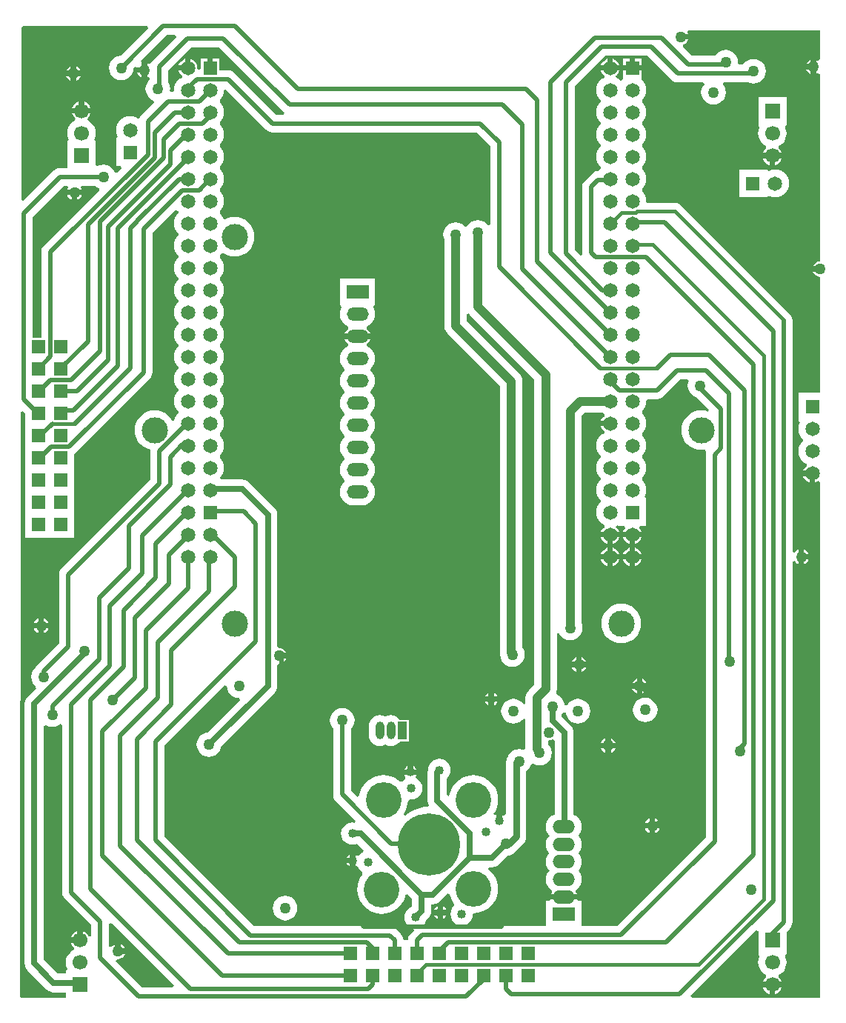
<source format=gbl>
%FSLAX25Y25*%
%MOIN*%
G70*
G01*
G75*
G04 Layer_Physical_Order=4*
G04 Layer_Color=16711680*
%ADD10R,0.03740X0.03937*%
%ADD11P,0.04454X4X90.0*%
G04:AMPARAMS|DCode=12|XSize=37.4mil|YSize=39.37mil|CornerRadius=0mil|HoleSize=0mil|Usage=FLASHONLY|Rotation=315.000|XOffset=0mil|YOffset=0mil|HoleType=Round|Shape=Rectangle|*
%AMROTATEDRECTD12*
4,1,4,-0.02714,-0.00070,0.00070,0.02714,0.02714,0.00070,-0.00070,-0.02714,-0.02714,-0.00070,0.0*
%
%ADD12ROTATEDRECTD12*%

%ADD13R,0.04200X0.02500*%
G04:AMPARAMS|DCode=14|XSize=106.3mil|YSize=62.99mil|CornerRadius=0mil|HoleSize=0mil|Usage=FLASHONLY|Rotation=225.000|XOffset=0mil|YOffset=0mil|HoleType=Round|Shape=Rectangle|*
%AMROTATEDRECTD14*
4,1,4,0.01531,0.05985,0.05985,0.01531,-0.01531,-0.05985,-0.05985,-0.01531,0.01531,0.05985,0.0*
%
%ADD14ROTATEDRECTD14*%

G04:AMPARAMS|DCode=15|XSize=106.3mil|YSize=62.99mil|CornerRadius=0mil|HoleSize=0mil|Usage=FLASHONLY|Rotation=315.000|XOffset=0mil|YOffset=0mil|HoleType=Round|Shape=Rectangle|*
%AMROTATEDRECTD15*
4,1,4,-0.05985,0.01531,-0.01531,0.05985,0.05985,-0.01531,0.01531,-0.05985,-0.05985,0.01531,0.0*
%
%ADD15ROTATEDRECTD15*%

G04:AMPARAMS|DCode=16|XSize=15.75mil|YSize=33.47mil|CornerRadius=0mil|HoleSize=0mil|Usage=FLASHONLY|Rotation=135.000|XOffset=0mil|YOffset=0mil|HoleType=Round|Shape=Rectangle|*
%AMROTATEDRECTD16*
4,1,4,0.01740,0.00626,-0.00626,-0.01740,-0.01740,-0.00626,0.00626,0.01740,0.01740,0.00626,0.0*
%
%ADD16ROTATEDRECTD16*%

G04:AMPARAMS|DCode=17|XSize=15.75mil|YSize=33.47mil|CornerRadius=0mil|HoleSize=0mil|Usage=FLASHONLY|Rotation=225.000|XOffset=0mil|YOffset=0mil|HoleType=Round|Shape=Rectangle|*
%AMROTATEDRECTD17*
4,1,4,-0.00626,0.01740,0.01740,-0.00626,0.00626,-0.01740,-0.01740,0.00626,-0.00626,0.01740,0.0*
%
%ADD17ROTATEDRECTD17*%

%ADD18R,0.04331X0.02559*%
%ADD19R,0.03150X0.03150*%
%ADD20O,0.03937X0.09843*%
%ADD21O,0.09843X0.03937*%
%ADD22R,0.03937X0.09843*%
%ADD23R,0.03150X0.03150*%
%ADD24R,0.03937X0.03740*%
%ADD25R,0.03602X0.04803*%
%ADD26R,0.15000X0.11000*%
%ADD27R,0.01024X0.00630*%
%ADD28R,0.01024X0.02008*%
%ADD29C,0.02500*%
%ADD30C,0.01500*%
%ADD31C,0.02000*%
%ADD32C,0.07500*%
%ADD33C,0.04000*%
%ADD34C,0.03000*%
%ADD35C,0.05000*%
%ADD36C,0.01000*%
%ADD37C,0.10000*%
%ADD38C,0.11800*%
%ADD39R,0.06496X0.06496*%
%ADD40C,0.06496*%
%ADD41O,0.10000X0.06000*%
%ADD42R,0.10000X0.06000*%
%ADD43R,0.06693X0.06693*%
%ADD44C,0.06693*%
%ADD45R,0.06496X0.06496*%
%ADD46C,0.28000*%
%ADD47R,0.04000X0.07874*%
%ADD48O,0.04000X0.07874*%
%ADD49O,0.03937X0.07874*%
%ADD50O,0.09843X0.06000*%
%ADD51R,0.09843X0.06000*%
%ADD52C,0.16000*%
%ADD53R,0.06000X0.06000*%
%ADD54R,0.06000X0.06000*%
%ADD55C,0.04000*%
%ADD56C,0.05000*%
%ADD57C,0.11000*%
%ADD58C,0.08000*%
G04:AMPARAMS|DCode=59|XSize=100mil|YSize=100mil|CornerRadius=0mil|HoleSize=0mil|Usage=FLASHONLY|Rotation=0.000|XOffset=0mil|YOffset=0mil|HoleType=Round|Shape=Relief|Width=10mil|Gap=10mil|Entries=4|*
%AMTHD59*
7,0,0,0.10000,0.08000,0.01000,45*
%
%ADD59THD59*%
%ADD60C,0.07803*%
G04:AMPARAMS|DCode=61|XSize=98.031mil|YSize=98.031mil|CornerRadius=0mil|HoleSize=0mil|Usage=FLASHONLY|Rotation=0.000|XOffset=0mil|YOffset=0mil|HoleType=Round|Shape=Relief|Width=10mil|Gap=10mil|Entries=4|*
%AMTHD61*
7,0,0,0.09803,0.07803,0.01000,45*
%
%ADD61THD61*%
%ADD62C,0.08567*%
G04:AMPARAMS|DCode=63|XSize=105.669mil|YSize=105.669mil|CornerRadius=0mil|HoleSize=0mil|Usage=FLASHONLY|Rotation=0.000|XOffset=0mil|YOffset=0mil|HoleType=Round|Shape=Relief|Width=10mil|Gap=10mil|Entries=4|*
%AMTHD63*
7,0,0,0.10567,0.08567,0.01000,45*
%
%ADD63THD63*%
%ADD64C,0.07937*%
%ADD65C,0.09080*%
G04:AMPARAMS|DCode=66|XSize=85mil|YSize=85mil|CornerRadius=0mil|HoleSize=0mil|Usage=FLASHONLY|Rotation=0.000|XOffset=0mil|YOffset=0mil|HoleType=Round|Shape=Relief|Width=10mil|Gap=10mil|Entries=4|*
%AMTHD66*
7,0,0,0.08500,0.06500,0.01000,45*
%
%ADD66THD66*%
%ADD67C,0.06500*%
%ADD68C,0.07800*%
G04:AMPARAMS|DCode=69|XSize=98mil|YSize=98mil|CornerRadius=0mil|HoleSize=0mil|Usage=FLASHONLY|Rotation=0.000|XOffset=0mil|YOffset=0mil|HoleType=Round|Shape=Relief|Width=10mil|Gap=10mil|Entries=4|*
%AMTHD69*
7,0,0,0.09800,0.07800,0.01000,45*
%
%ADD69THD69*%
G04:AMPARAMS|DCode=70|XSize=99.37mil|YSize=99.37mil|CornerRadius=0mil|HoleSize=0mil|Usage=FLASHONLY|Rotation=0.000|XOffset=0mil|YOffset=0mil|HoleType=Round|Shape=Relief|Width=10mil|Gap=10mil|Entries=4|*
%AMTHD70*
7,0,0,0.09937,0.07937,0.01000,45*
%
%ADD70THD70*%
%ADD71C,0.05500*%
G04:AMPARAMS|DCode=72|XSize=75mil|YSize=75mil|CornerRadius=0mil|HoleSize=0mil|Usage=FLASHONLY|Rotation=0.000|XOffset=0mil|YOffset=0mil|HoleType=Round|Shape=Relief|Width=10mil|Gap=10mil|Entries=4|*
%AMTHD72*
7,0,0,0.07500,0.05500,0.01000,45*
%
%ADD72THD72*%
%ADD73C,0.06800*%
G04:AMPARAMS|DCode=74|XSize=88mil|YSize=88mil|CornerRadius=0mil|HoleSize=0mil|Usage=FLASHONLY|Rotation=0.000|XOffset=0mil|YOffset=0mil|HoleType=Round|Shape=Relief|Width=10mil|Gap=10mil|Entries=4|*
%AMTHD74*
7,0,0,0.08800,0.06800,0.01000,45*
%
%ADD74THD74*%
G36*
X122793Y-44353D02*
X122793Y-44353D01*
X123628Y-44994D01*
X123226Y-45965D01*
X119763D01*
X100945Y-27147D01*
X100109Y-26506D01*
X99136Y-26103D01*
X98092Y-25965D01*
X98092Y-25965D01*
X94248D01*
Y-20752D01*
X91250D01*
Y-25000D01*
X88750D01*
Y-20752D01*
X85752D01*
Y-25499D01*
X84816Y-25852D01*
X84257Y-25214D01*
X84285Y-25000D01*
X84139Y-23891D01*
X83711Y-22858D01*
X83030Y-21970D01*
X82142Y-21289D01*
X81250Y-20920D01*
Y-25000D01*
X80000D01*
Y-26250D01*
X75920D01*
X76289Y-27142D01*
X76970Y-28030D01*
X77325Y-28302D01*
X77383Y-28493D01*
X77313Y-29352D01*
X76512Y-29780D01*
X75561Y-30561D01*
X74780Y-31512D01*
X74200Y-32597D01*
X73842Y-33775D01*
X73722Y-35000D01*
X73744Y-35225D01*
X73343Y-35666D01*
X72343Y-35658D01*
X72351Y-35667D01*
X71953Y-35214D01*
X72048Y-34500D01*
X71858Y-33064D01*
X71304Y-31726D01*
X71034Y-31375D01*
Y-26171D01*
X81498Y-15708D01*
X94148D01*
X122793Y-44353D01*
D02*
G37*
G36*
X39226Y-78804D02*
X39996Y-79123D01*
X40191Y-80104D01*
X15213Y-105082D01*
X14571Y-105917D01*
X14168Y-106890D01*
X14031Y-107935D01*
X14031Y-107935D01*
Y-146428D01*
X10281D01*
Y-91982D01*
X24228Y-78035D01*
X25733D01*
X26176Y-78931D01*
X25943Y-79235D01*
X25729Y-79750D01*
X32271D01*
X32057Y-79235D01*
X31824Y-78931D01*
X32267Y-78035D01*
X38223D01*
X39226Y-78804D01*
D02*
G37*
G36*
X197760Y-396855D02*
X197981Y-397777D01*
X198644Y-399377D01*
X199548Y-400853D01*
X199814Y-401164D01*
X199709Y-402158D01*
X199624Y-402224D01*
X198822Y-403268D01*
X198319Y-404485D01*
X198147Y-405790D01*
X198319Y-407095D01*
X198822Y-408312D01*
X199624Y-409356D01*
X200572Y-410084D01*
X200251Y-411031D01*
X186942D01*
X186499Y-410134D01*
X186758Y-409797D01*
X187261Y-408581D01*
X187279Y-408449D01*
X188189Y-407539D01*
X188871Y-406651D01*
X189299Y-405617D01*
X189445Y-404507D01*
Y-401382D01*
X190223D01*
X191333Y-401236D01*
X192367Y-400808D01*
X193254Y-400127D01*
X193254Y-400127D01*
X193254Y-400127D01*
X196798Y-396584D01*
X197760Y-396855D01*
D02*
G37*
G36*
X364000Y-8000D02*
X364000Y-8000D01*
X364500Y-8207D01*
Y-21260D01*
X363603Y-21702D01*
X363265Y-21443D01*
X362750Y-21229D01*
Y-24500D01*
Y-27771D01*
X363265Y-27557D01*
X363603Y-27298D01*
X364500Y-27740D01*
Y-111970D01*
X363586Y-112090D01*
X362735Y-112443D01*
X362004Y-113004D01*
X361443Y-113735D01*
X361229Y-114250D01*
X364500D01*
Y-116750D01*
X361229D01*
X361443Y-117265D01*
X362004Y-117996D01*
X362735Y-118557D01*
X363586Y-118910D01*
X364500Y-119030D01*
Y-171252D01*
X354752D01*
Y-183748D01*
X354948D01*
X355462Y-184606D01*
X355200Y-185097D01*
X354842Y-186275D01*
X354722Y-187500D01*
X354842Y-188725D01*
X355200Y-189903D01*
X355780Y-190988D01*
X356561Y-191939D01*
X356634Y-192000D01*
Y-193000D01*
X356561Y-193061D01*
X355780Y-194012D01*
X355200Y-195097D01*
X354842Y-196275D01*
X354722Y-197500D01*
X354842Y-198725D01*
X355200Y-199903D01*
X355780Y-200988D01*
X356561Y-201939D01*
X357512Y-202720D01*
X358313Y-203148D01*
X358383Y-204007D01*
X358325Y-204198D01*
X357970Y-204470D01*
X357289Y-205358D01*
X356920Y-206250D01*
X361000D01*
Y-207500D01*
X362250D01*
Y-211580D01*
X363142Y-211211D01*
X363603Y-210857D01*
X364500Y-211299D01*
Y-443500D01*
X306653D01*
X306270Y-442576D01*
X335730Y-413117D01*
X336653Y-413499D01*
Y-423846D01*
X336784D01*
X337298Y-424704D01*
X337108Y-425060D01*
X336745Y-426256D01*
X336623Y-427500D01*
X336745Y-428744D01*
X337108Y-429940D01*
X337698Y-431043D01*
X338491Y-432009D01*
X339457Y-432802D01*
X340132Y-433163D01*
X340213Y-434160D01*
X339900Y-434400D01*
X339203Y-435308D01*
X338813Y-436250D01*
X347187D01*
X346797Y-435308D01*
X346100Y-434400D01*
X345787Y-434160D01*
X345868Y-433163D01*
X346543Y-432802D01*
X347509Y-432009D01*
X348302Y-431043D01*
X348892Y-429940D01*
X349255Y-428744D01*
X349377Y-427500D01*
X349255Y-426256D01*
X348892Y-425060D01*
X348702Y-424704D01*
X349216Y-423846D01*
X349346D01*
Y-413864D01*
X350862Y-412349D01*
X350862Y-412349D01*
X351503Y-411514D01*
X351906Y-410540D01*
X352043Y-409496D01*
X352043Y-409496D01*
Y-247148D01*
X352990Y-246827D01*
X353504Y-247496D01*
X354235Y-248057D01*
X354750Y-248271D01*
Y-245000D01*
Y-241729D01*
X354235Y-241943D01*
X353504Y-242504D01*
X352990Y-243173D01*
X352043Y-242852D01*
Y-138509D01*
X351906Y-137464D01*
X351503Y-136491D01*
X350862Y-135656D01*
X350026Y-135015D01*
X349749Y-134900D01*
X301675Y-86826D01*
X300891Y-86224D01*
X299979Y-85847D01*
X299000Y-85718D01*
X286929D01*
X286278Y-85000D01*
X286158Y-83775D01*
X285800Y-82597D01*
X285220Y-81512D01*
X284439Y-80561D01*
X284366Y-80500D01*
Y-79500D01*
X284439Y-79439D01*
X285220Y-78488D01*
X285800Y-77403D01*
X286158Y-76225D01*
X286278Y-75000D01*
X286158Y-73775D01*
X285800Y-72597D01*
X285220Y-71512D01*
X284439Y-70561D01*
X284366Y-70500D01*
Y-69500D01*
X284439Y-69439D01*
X285220Y-68488D01*
X285800Y-67403D01*
X286158Y-66225D01*
X286278Y-65000D01*
X286158Y-63775D01*
X285800Y-62597D01*
X285220Y-61512D01*
X284439Y-60561D01*
X284366Y-60500D01*
Y-59500D01*
X284439Y-59439D01*
X285220Y-58488D01*
X285800Y-57403D01*
X286158Y-56225D01*
X286278Y-55000D01*
X286158Y-53775D01*
X285800Y-52597D01*
X285220Y-51512D01*
X284439Y-50561D01*
X284366Y-50500D01*
Y-49500D01*
X284439Y-49439D01*
X285220Y-48488D01*
X285800Y-47403D01*
X286158Y-46225D01*
X286278Y-45000D01*
X286158Y-43775D01*
X285800Y-42597D01*
X285220Y-41512D01*
X284439Y-40561D01*
X284366Y-40500D01*
Y-39500D01*
X284439Y-39439D01*
X285220Y-38488D01*
X285800Y-37403D01*
X286158Y-36225D01*
X286278Y-35000D01*
X286158Y-33775D01*
X285800Y-32597D01*
X285220Y-31512D01*
X284439Y-30561D01*
X284248Y-30404D01*
X284248Y-29248D01*
X284248D01*
Y-26250D01*
X275752D01*
Y-29248D01*
X275752D01*
Y-29927D01*
X275045Y-30634D01*
X274500D01*
X274439Y-30561D01*
X273488Y-29780D01*
X272687Y-29352D01*
X272617Y-28493D01*
X272675Y-28302D01*
X273030Y-28030D01*
X273711Y-27142D01*
X274080Y-26250D01*
X265920D01*
X266289Y-27142D01*
X266970Y-28030D01*
X267325Y-28302D01*
X267383Y-28493D01*
X267313Y-29352D01*
X266512Y-29780D01*
X265561Y-30561D01*
X264780Y-31512D01*
X264200Y-32597D01*
X263842Y-33775D01*
X263722Y-35000D01*
X263842Y-36225D01*
X264200Y-37403D01*
X264780Y-38488D01*
X265561Y-39439D01*
X265634Y-39500D01*
Y-40500D01*
X265561Y-40561D01*
X264780Y-41512D01*
X264200Y-42597D01*
X263842Y-43775D01*
X263722Y-45000D01*
X263842Y-46225D01*
X264200Y-47403D01*
X264780Y-48488D01*
X265561Y-49439D01*
X265634Y-49500D01*
Y-50500D01*
X265561Y-50561D01*
X264780Y-51512D01*
X264200Y-52597D01*
X263842Y-53775D01*
X263722Y-55000D01*
X263842Y-56225D01*
X264200Y-57403D01*
X264780Y-58488D01*
X265561Y-59439D01*
X265634Y-59500D01*
Y-60500D01*
X265561Y-60561D01*
X264780Y-61512D01*
X264200Y-62597D01*
X263842Y-63775D01*
X263722Y-65000D01*
X263842Y-66225D01*
X264200Y-67403D01*
X264780Y-68488D01*
X265561Y-69439D01*
X265634Y-69500D01*
Y-70500D01*
X265561Y-70561D01*
X264818Y-71465D01*
X264500D01*
X263456Y-71603D01*
X262483Y-72006D01*
X261647Y-72647D01*
X258647Y-75647D01*
X258006Y-76483D01*
X257603Y-77456D01*
X257466Y-78500D01*
X257466Y-78500D01*
Y-108000D01*
X257466Y-108000D01*
X257603Y-109044D01*
X256646Y-109441D01*
X254034Y-106829D01*
Y-33171D01*
X267671Y-19534D01*
X286829D01*
X297647Y-30353D01*
X297647Y-30353D01*
X298483Y-30994D01*
X299456Y-31397D01*
X300500Y-31534D01*
X311863D01*
X312306Y-32431D01*
X311696Y-33226D01*
X311142Y-34564D01*
X310952Y-36000D01*
X311142Y-37436D01*
X311696Y-38774D01*
X312577Y-39923D01*
X313726Y-40804D01*
X315064Y-41358D01*
X316500Y-41548D01*
X317936Y-41358D01*
X319274Y-40804D01*
X320423Y-39923D01*
X321304Y-38774D01*
X321858Y-37436D01*
X322047Y-36000D01*
X321858Y-34564D01*
X321304Y-33226D01*
X320694Y-32431D01*
X321137Y-31534D01*
X332282D01*
X333064Y-31858D01*
X334500Y-32048D01*
X335936Y-31858D01*
X337274Y-31304D01*
X338423Y-30423D01*
X339304Y-29274D01*
X339858Y-27936D01*
X340048Y-26500D01*
X339858Y-25064D01*
X339304Y-23726D01*
X338423Y-22577D01*
X337274Y-21696D01*
X335936Y-21142D01*
X334500Y-20953D01*
X333064Y-21142D01*
X331726Y-21696D01*
X330577Y-22577D01*
X329896Y-23465D01*
X328179D01*
X327519Y-22714D01*
X327548Y-22500D01*
X327358Y-21064D01*
X326804Y-19726D01*
X325923Y-18577D01*
X324774Y-17696D01*
X323436Y-17142D01*
X322000Y-16952D01*
X320564Y-17142D01*
X319226Y-17696D01*
X318077Y-18577D01*
X317396Y-19466D01*
X306671D01*
X302963Y-15757D01*
X302787Y-14419D01*
X302789Y-14408D01*
X303637Y-14056D01*
X304368Y-13495D01*
X304929Y-12764D01*
X305142Y-12249D01*
X301872D01*
Y-9749D01*
X305142D01*
X304929Y-9234D01*
X304670Y-8897D01*
X305113Y-8000D01*
X364000D01*
X364000Y-8000D01*
D02*
G37*
G36*
X305431Y-165866D02*
X305142Y-166564D01*
X304953Y-168000D01*
X305142Y-169436D01*
X305696Y-170774D01*
X306577Y-171923D01*
X307726Y-172804D01*
X309064Y-173358D01*
X309166Y-173372D01*
X314560Y-178766D01*
X314046Y-179623D01*
X312745Y-179229D01*
X311000Y-179057D01*
X309255Y-179229D01*
X307578Y-179738D01*
X306031Y-180564D01*
X304676Y-181676D01*
X303564Y-183031D01*
X302738Y-184578D01*
X302229Y-186255D01*
X302057Y-188000D01*
X302229Y-189745D01*
X302738Y-191422D01*
X303564Y-192968D01*
X304676Y-194324D01*
X306031Y-195436D01*
X307578Y-196262D01*
X309255Y-196771D01*
X311000Y-196943D01*
X312680Y-196778D01*
X312793Y-196931D01*
X313111Y-197978D01*
X313103Y-197997D01*
X312965Y-199041D01*
X312965Y-199041D01*
Y-371329D01*
X273264Y-411031D01*
X257186D01*
Y-399901D01*
X255638D01*
X255221Y-399277D01*
X243152D01*
X242735Y-399901D01*
X241186D01*
Y-411031D01*
X206129D01*
X205807Y-410084D01*
X206756Y-409356D01*
X207557Y-408312D01*
X208061Y-407095D01*
X208233Y-405790D01*
X208475Y-405401D01*
Y-405401D01*
X208475Y-405401D01*
X210201Y-405265D01*
X211885Y-404861D01*
X213485Y-404199D01*
X214961Y-403294D01*
X216277Y-402169D01*
X217402Y-400853D01*
X218307Y-399377D01*
X218969Y-397777D01*
X219373Y-396093D01*
X219509Y-394367D01*
X219373Y-392641D01*
X218969Y-390957D01*
X218307Y-389358D01*
X217402Y-387881D01*
X216277Y-386565D01*
X215155Y-385606D01*
X215501Y-384668D01*
X216898D01*
X218008Y-384522D01*
X219041Y-384094D01*
X219929Y-383413D01*
X223728Y-379614D01*
X224715Y-379484D01*
X226053Y-378930D01*
X227202Y-378048D01*
X228084Y-376899D01*
X228162Y-376711D01*
X230913Y-373959D01*
X231634Y-373019D01*
X232088Y-371925D01*
X232243Y-370750D01*
Y-341444D01*
X232923Y-340923D01*
X233804Y-339774D01*
X234358Y-338436D01*
X234370Y-338344D01*
X235294Y-337961D01*
X235457Y-338086D01*
X236795Y-338640D01*
X238230Y-338829D01*
X239666Y-338640D01*
X241004Y-338086D01*
X242153Y-337204D01*
X243035Y-336055D01*
X243589Y-334717D01*
X243778Y-333281D01*
X243589Y-331846D01*
X243035Y-330508D01*
X242153Y-329359D01*
X242025Y-329260D01*
Y-327947D01*
X242500Y-327530D01*
X243414Y-327410D01*
X244203Y-327083D01*
X244372Y-327196D01*
X245034Y-328059D01*
Y-360914D01*
X244879Y-360961D01*
X243837Y-361518D01*
X242923Y-362268D01*
X242173Y-363181D01*
X241616Y-364224D01*
X241273Y-365355D01*
X241157Y-366531D01*
X241273Y-367707D01*
X241616Y-368838D01*
X242173Y-369881D01*
X242655Y-370468D01*
X242173Y-371055D01*
X241616Y-372098D01*
X241273Y-373229D01*
X241157Y-374405D01*
X241273Y-375581D01*
X241616Y-376712D01*
X242173Y-377754D01*
X242655Y-378342D01*
X242173Y-378929D01*
X241616Y-379972D01*
X241273Y-381103D01*
X241157Y-382279D01*
X241273Y-383455D01*
X241616Y-384586D01*
X242173Y-385629D01*
X242655Y-386216D01*
X242173Y-386803D01*
X241616Y-387846D01*
X241273Y-388977D01*
X241157Y-390153D01*
X241273Y-391329D01*
X241616Y-392460D01*
X242173Y-393502D01*
X242923Y-394416D01*
X243837Y-395166D01*
X243947Y-395677D01*
X243692Y-396010D01*
X243374Y-396777D01*
X254998D01*
X254680Y-396010D01*
X254425Y-395677D01*
X254536Y-395166D01*
X255449Y-394416D01*
X256199Y-393502D01*
X256756Y-392460D01*
X257099Y-391329D01*
X257215Y-390153D01*
X257099Y-388977D01*
X256756Y-387846D01*
X256199Y-386803D01*
X255717Y-386216D01*
X256199Y-385629D01*
X256756Y-384586D01*
X257099Y-383455D01*
X257215Y-382279D01*
X257099Y-381103D01*
X256756Y-379972D01*
X256199Y-378929D01*
X255717Y-378342D01*
X256199Y-377754D01*
X256756Y-376712D01*
X257099Y-375581D01*
X257215Y-374405D01*
X257099Y-373229D01*
X256756Y-372098D01*
X256199Y-371055D01*
X255717Y-370468D01*
X256199Y-369881D01*
X256756Y-368838D01*
X257099Y-367707D01*
X257215Y-366531D01*
X257099Y-365355D01*
X256756Y-364224D01*
X256199Y-363181D01*
X255449Y-362268D01*
X254536Y-361518D01*
X253607Y-361022D01*
Y-324256D01*
X253461Y-323147D01*
X253033Y-322113D01*
X252352Y-321225D01*
X248291Y-317164D01*
Y-316037D01*
X248951Y-315177D01*
X249039Y-314963D01*
X250031Y-315094D01*
X250142Y-315936D01*
X250696Y-317274D01*
X251577Y-318423D01*
X252726Y-319304D01*
X254064Y-319858D01*
X255500Y-320047D01*
X256936Y-319858D01*
X258274Y-319304D01*
X259423Y-318423D01*
X260304Y-317274D01*
X260858Y-315936D01*
X261048Y-314500D01*
X260858Y-313064D01*
X260304Y-311726D01*
X259423Y-310577D01*
X258274Y-309696D01*
X256936Y-309142D01*
X255500Y-308952D01*
X254064Y-309142D01*
X252726Y-309696D01*
X251577Y-310577D01*
X250696Y-311726D01*
X250607Y-311941D01*
X249616Y-311810D01*
X249505Y-310968D01*
X248951Y-309630D01*
X248069Y-308481D01*
X246920Y-307599D01*
X246073Y-307249D01*
X245691Y-306325D01*
X245871Y-305889D01*
X246043Y-304584D01*
Y-279554D01*
X247024Y-279359D01*
X247196Y-279774D01*
X248077Y-280923D01*
X249226Y-281804D01*
X250564Y-282358D01*
X252000Y-282547D01*
X253436Y-282358D01*
X254774Y-281804D01*
X255923Y-280923D01*
X256804Y-279774D01*
X257358Y-278436D01*
X257547Y-277000D01*
X257358Y-275564D01*
X257043Y-274803D01*
Y-181589D01*
X258589Y-180043D01*
X266296D01*
X266512Y-180220D01*
X267313Y-180648D01*
X267383Y-181507D01*
X267325Y-181698D01*
X266970Y-181970D01*
X266289Y-182858D01*
X265920Y-183750D01*
X270000D01*
Y-186250D01*
X265920D01*
X266289Y-187142D01*
X266970Y-188030D01*
X267325Y-188302D01*
X267383Y-188493D01*
X267313Y-189352D01*
X266512Y-189780D01*
X265561Y-190561D01*
X264780Y-191512D01*
X264200Y-192597D01*
X263842Y-193775D01*
X263722Y-195000D01*
X263842Y-196225D01*
X264200Y-197403D01*
X264780Y-198488D01*
X265561Y-199439D01*
X265634Y-199500D01*
Y-200500D01*
X265561Y-200561D01*
X264780Y-201512D01*
X264200Y-202597D01*
X263842Y-203775D01*
X263722Y-205000D01*
X263842Y-206225D01*
X264200Y-207403D01*
X264780Y-208488D01*
X265561Y-209439D01*
X265634Y-209500D01*
Y-210500D01*
X265561Y-210561D01*
X264780Y-211512D01*
X264200Y-212597D01*
X263842Y-213775D01*
X263722Y-215000D01*
X263842Y-216225D01*
X264200Y-217403D01*
X264780Y-218488D01*
X265561Y-219439D01*
X265634Y-219500D01*
Y-220500D01*
X265561Y-220561D01*
X264780Y-221512D01*
X264200Y-222597D01*
X263842Y-223775D01*
X263722Y-225000D01*
X263842Y-226225D01*
X264200Y-227403D01*
X264780Y-228488D01*
X265561Y-229439D01*
X266512Y-230220D01*
X267313Y-230648D01*
X267383Y-231507D01*
X267325Y-231698D01*
X266970Y-231970D01*
X266289Y-232858D01*
X265920Y-233750D01*
X274080D01*
X273711Y-232858D01*
X273030Y-231970D01*
X272675Y-231698D01*
X272617Y-231507D01*
X272628Y-231368D01*
X273518Y-230911D01*
X273752Y-231052D01*
Y-231248D01*
X276394D01*
X276836Y-232145D01*
X276289Y-232858D01*
X275920Y-233750D01*
X284080D01*
X283711Y-232858D01*
X283164Y-232145D01*
X283606Y-231248D01*
X286248D01*
Y-218752D01*
X286052D01*
X285538Y-217894D01*
X285800Y-217403D01*
X286158Y-216225D01*
X286278Y-215000D01*
X286158Y-213775D01*
X285800Y-212597D01*
X285220Y-211512D01*
X284439Y-210561D01*
X284366Y-210500D01*
Y-209500D01*
X284439Y-209439D01*
X285220Y-208488D01*
X285800Y-207403D01*
X286158Y-206225D01*
X286278Y-205000D01*
X286158Y-203775D01*
X285800Y-202597D01*
X285220Y-201512D01*
X284439Y-200561D01*
X284366Y-200500D01*
Y-199500D01*
X284439Y-199439D01*
X285220Y-198488D01*
X285800Y-197403D01*
X286158Y-196225D01*
X286278Y-195000D01*
X286158Y-193775D01*
X285800Y-192597D01*
X285220Y-191512D01*
X284439Y-190561D01*
X284366Y-190500D01*
Y-189500D01*
X284439Y-189439D01*
X285220Y-188488D01*
X285800Y-187403D01*
X286158Y-186225D01*
X286278Y-185000D01*
X286158Y-183775D01*
X285800Y-182597D01*
X285220Y-181512D01*
X284439Y-180561D01*
X284366Y-180500D01*
Y-179500D01*
X284439Y-179439D01*
X285220Y-178488D01*
X285800Y-177403D01*
X286158Y-176225D01*
X286278Y-175000D01*
X286256Y-174776D01*
X286928Y-174035D01*
X291000D01*
X291000Y-174035D01*
X292044Y-173897D01*
X293017Y-173494D01*
X293853Y-172853D01*
X301671Y-165034D01*
X304875D01*
X305431Y-165866D01*
D02*
G37*
G36*
X75224Y-89029D02*
X75561Y-89439D01*
X75634Y-89500D01*
Y-90500D01*
X75561Y-90561D01*
X74780Y-91512D01*
X74200Y-92597D01*
X73842Y-93775D01*
X73722Y-95000D01*
X73842Y-96225D01*
X74200Y-97403D01*
X74780Y-98488D01*
X75561Y-99439D01*
X75634Y-99500D01*
Y-100500D01*
X75561Y-100561D01*
X74780Y-101512D01*
X74200Y-102597D01*
X73842Y-103775D01*
X73722Y-105000D01*
X73842Y-106225D01*
X74200Y-107403D01*
X74780Y-108488D01*
X75561Y-109439D01*
X75634Y-109500D01*
Y-110500D01*
X75561Y-110561D01*
X74780Y-111512D01*
X74200Y-112597D01*
X73842Y-113775D01*
X73722Y-115000D01*
X73842Y-116225D01*
X74200Y-117403D01*
X74780Y-118488D01*
X75561Y-119439D01*
X75634Y-119500D01*
Y-120500D01*
X75561Y-120561D01*
X74780Y-121512D01*
X74200Y-122597D01*
X73842Y-123775D01*
X73722Y-125000D01*
X73842Y-126225D01*
X74200Y-127403D01*
X74780Y-128488D01*
X75561Y-129439D01*
X75634Y-129500D01*
Y-130500D01*
X75561Y-130561D01*
X74780Y-131512D01*
X74200Y-132597D01*
X73842Y-133775D01*
X73722Y-135000D01*
X73842Y-136225D01*
X74200Y-137403D01*
X74780Y-138488D01*
X75561Y-139439D01*
X75634Y-139500D01*
Y-140500D01*
X75561Y-140561D01*
X74780Y-141512D01*
X74200Y-142597D01*
X73842Y-143775D01*
X73722Y-145000D01*
X73842Y-146225D01*
X74200Y-147403D01*
X74780Y-148488D01*
X75561Y-149439D01*
X75634Y-149500D01*
Y-150500D01*
X75561Y-150561D01*
X74780Y-151512D01*
X74200Y-152597D01*
X73842Y-153775D01*
X73722Y-155000D01*
X73842Y-156225D01*
X74200Y-157403D01*
X74780Y-158488D01*
X75561Y-159439D01*
X75634Y-159500D01*
Y-160500D01*
X75561Y-160561D01*
X74780Y-161512D01*
X74200Y-162597D01*
X73842Y-163775D01*
X73722Y-165000D01*
X73842Y-166225D01*
X74200Y-167403D01*
X74780Y-168488D01*
X75561Y-169439D01*
X75634Y-169500D01*
Y-170500D01*
X75561Y-170561D01*
X74780Y-171512D01*
X74200Y-172597D01*
X73842Y-173775D01*
X73722Y-175000D01*
X73842Y-176225D01*
X74200Y-177403D01*
X74780Y-178488D01*
X75561Y-179439D01*
X75634Y-179500D01*
Y-180500D01*
X75561Y-180561D01*
X74780Y-181512D01*
X74200Y-182597D01*
X73856Y-183729D01*
X73616Y-183753D01*
X72777Y-183670D01*
X72436Y-183031D01*
X71324Y-181676D01*
X69968Y-180564D01*
X68422Y-179738D01*
X66745Y-179229D01*
X65000Y-179057D01*
X63255Y-179229D01*
X61578Y-179738D01*
X60031Y-180564D01*
X58676Y-181676D01*
X57564Y-183031D01*
X56738Y-184578D01*
X56229Y-186255D01*
X56057Y-188000D01*
X56229Y-189745D01*
X56738Y-191422D01*
X57564Y-192968D01*
X58676Y-194324D01*
X60031Y-195436D01*
X61578Y-196262D01*
X63069Y-196715D01*
X62966Y-197500D01*
X62966Y-197500D01*
Y-210329D01*
X23147Y-250147D01*
X22506Y-250983D01*
X22103Y-251956D01*
X21966Y-253000D01*
X21966Y-253000D01*
Y-283829D01*
X12147Y-293647D01*
X11506Y-294483D01*
X11345Y-294872D01*
X11077Y-295077D01*
X10196Y-296226D01*
X9642Y-297564D01*
X9453Y-299000D01*
X9642Y-300436D01*
X10196Y-301774D01*
X11077Y-302923D01*
X11572Y-303302D01*
X11638Y-304300D01*
X7818Y-308120D01*
X7137Y-309007D01*
X6709Y-310041D01*
X6563Y-311151D01*
Y-427951D01*
X6563Y-427951D01*
X6563D01*
X6709Y-429060D01*
X7137Y-430094D01*
X7818Y-430982D01*
X16589Y-439752D01*
X17477Y-440434D01*
X17905Y-440611D01*
X18510Y-440862D01*
X19620Y-441008D01*
X25154D01*
Y-443500D01*
X13500D01*
X7179Y-443421D01*
X5224Y-443401D01*
X4529Y-442681D01*
X4539Y-442282D01*
X4877Y-179889D01*
X5802Y-179507D01*
X6889Y-180595D01*
Y-186428D01*
Y-196428D01*
Y-206428D01*
Y-216428D01*
Y-226428D01*
Y-236428D01*
X28889D01*
Y-226428D01*
Y-216428D01*
Y-206428D01*
Y-198709D01*
X29353Y-198353D01*
X29353Y-198353D01*
X29353Y-198353D01*
X62853Y-164853D01*
X62853Y-164853D01*
X63216Y-164380D01*
X63494Y-164017D01*
X63897Y-163044D01*
X64034Y-162000D01*
X64034Y-162000D01*
X64034Y-162000D01*
Y-162000D01*
Y-99171D01*
X74225Y-88980D01*
X75224Y-89029D01*
D02*
G37*
G36*
X23465Y-320637D02*
Y-396000D01*
X23465Y-396000D01*
X23603Y-397044D01*
X24006Y-398017D01*
X24647Y-398853D01*
X36520Y-410725D01*
Y-415698D01*
X35539Y-415893D01*
X35297Y-415308D01*
X34600Y-414400D01*
X33692Y-413703D01*
X32750Y-413313D01*
Y-417500D01*
X31500D01*
Y-418750D01*
X27313D01*
X27703Y-419692D01*
X28400Y-420600D01*
X28713Y-420840D01*
X28632Y-421837D01*
X27957Y-422198D01*
X26991Y-422991D01*
X26198Y-423957D01*
X25608Y-425060D01*
X25245Y-426256D01*
X25123Y-427500D01*
X25245Y-428744D01*
X25608Y-429940D01*
X25798Y-430296D01*
X25284Y-431153D01*
X25154D01*
Y-432435D01*
X21396D01*
X15136Y-426175D01*
Y-321098D01*
X16033Y-320656D01*
X16226Y-320804D01*
X17564Y-321358D01*
X19000Y-321548D01*
X20436Y-321358D01*
X21774Y-320804D01*
X22569Y-320194D01*
X23465Y-320637D01*
D02*
G37*
G36*
X115239Y-52853D02*
X115239D01*
X115239Y-52853D01*
X115239D01*
X115239Y-52853D01*
Y-52853D01*
X115239Y-52853D01*
Y-52853D01*
X116075Y-53494D01*
X117048Y-53897D01*
X118092Y-54035D01*
X209829D01*
X215966Y-60171D01*
Y-95533D01*
X215019Y-95854D01*
X214423Y-95077D01*
X213274Y-94196D01*
X211936Y-93642D01*
X210500Y-93453D01*
X209064Y-93642D01*
X207726Y-94196D01*
X206577Y-95077D01*
X205696Y-96226D01*
X205672Y-96283D01*
X204681Y-96414D01*
X204423Y-96077D01*
X203274Y-95196D01*
X201936Y-94642D01*
X200500Y-94453D01*
X199064Y-94642D01*
X197726Y-95196D01*
X196577Y-96077D01*
X195696Y-97226D01*
X195142Y-98564D01*
X194952Y-100000D01*
X195142Y-101436D01*
X195457Y-102197D01*
Y-141000D01*
X195457Y-141000D01*
X195457D01*
X195629Y-142305D01*
X196133Y-143522D01*
X196934Y-144566D01*
X220457Y-168089D01*
Y-288000D01*
X220520Y-288484D01*
X220452Y-289000D01*
X220642Y-290436D01*
X221196Y-291774D01*
X222077Y-292923D01*
X223226Y-293804D01*
X224564Y-294358D01*
X226000Y-294548D01*
X227436Y-294358D01*
X228774Y-293804D01*
X229923Y-292923D01*
X230804Y-291774D01*
X231358Y-290436D01*
X231547Y-289000D01*
X231358Y-287564D01*
X230804Y-286226D01*
X230543Y-285886D01*
Y-166000D01*
X230371Y-164695D01*
X229868Y-163478D01*
X229066Y-162434D01*
X205543Y-138911D01*
Y-135809D01*
X206490Y-135488D01*
X206934Y-136066D01*
X235957Y-165089D01*
Y-302495D01*
X233416Y-305036D01*
X232614Y-306080D01*
X232110Y-307297D01*
X231939Y-308602D01*
Y-310997D01*
X230992Y-311319D01*
X230423Y-310577D01*
X229274Y-309696D01*
X227936Y-309142D01*
X226500Y-308952D01*
X225064Y-309142D01*
X223726Y-309696D01*
X222577Y-310577D01*
X221696Y-311726D01*
X221142Y-313064D01*
X220953Y-314500D01*
X221142Y-315936D01*
X221696Y-317274D01*
X222577Y-318423D01*
X223726Y-319304D01*
X225064Y-319858D01*
X226500Y-320047D01*
X227936Y-319858D01*
X229274Y-319304D01*
X230423Y-318423D01*
X230992Y-317681D01*
X231939Y-318003D01*
Y-331364D01*
X231107Y-331920D01*
X230436Y-331642D01*
X229000Y-331452D01*
X227564Y-331642D01*
X226226Y-332196D01*
X225077Y-333077D01*
X224196Y-334226D01*
X223971Y-334769D01*
X223773Y-335027D01*
X223320Y-336122D01*
X223165Y-337296D01*
Y-360776D01*
X222229Y-361494D01*
X221603Y-361013D01*
X221340Y-360904D01*
Y-363633D01*
X218840D01*
Y-360904D01*
X218577Y-361013D01*
X218258Y-361257D01*
X217515Y-360588D01*
X218307Y-359297D01*
X218969Y-357697D01*
X219373Y-356013D01*
X219509Y-354287D01*
X219373Y-352561D01*
X218969Y-350878D01*
X218307Y-349278D01*
X217402Y-347802D01*
X216277Y-346485D01*
X214961Y-345361D01*
X213485Y-344456D01*
X211885Y-343793D01*
X210201Y-343389D01*
X208475Y-343253D01*
X206749Y-343389D01*
X205065Y-343793D01*
X203466Y-344456D01*
X201990Y-345361D01*
X200673Y-346485D01*
X199548Y-347802D01*
X198644Y-349278D01*
X197981Y-350878D01*
X197577Y-352561D01*
X197567Y-352692D01*
X197355Y-352770D01*
X196535Y-352198D01*
Y-344691D01*
X196728Y-344543D01*
X197529Y-343498D01*
X198033Y-342282D01*
X198205Y-340977D01*
X198033Y-339671D01*
X197529Y-338455D01*
X196728Y-337411D01*
X195683Y-336609D01*
X194467Y-336105D01*
X193161Y-335934D01*
X191856Y-336105D01*
X190640Y-336609D01*
X189595Y-337411D01*
X188794Y-338455D01*
X188290Y-339671D01*
X188129Y-340897D01*
X188108Y-340949D01*
X187961Y-342058D01*
Y-354720D01*
X188108Y-355830D01*
X188448Y-356652D01*
X188117Y-357185D01*
X187684Y-357517D01*
X186276Y-357609D01*
X184091Y-358044D01*
X181980Y-358760D01*
X179982Y-359746D01*
X178129Y-360984D01*
X177774Y-361295D01*
X177010Y-360650D01*
X177839Y-359297D01*
X178502Y-357697D01*
X178906Y-356013D01*
X179002Y-354799D01*
X179697Y-354236D01*
X180063Y-354207D01*
X180488Y-354263D01*
X181794Y-354091D01*
X183010Y-353587D01*
X184054Y-352786D01*
X184856Y-351742D01*
X185360Y-350525D01*
X185531Y-349220D01*
X185360Y-347915D01*
X184856Y-346698D01*
X184054Y-345654D01*
X183010Y-344852D01*
X182729Y-344736D01*
X182470Y-343770D01*
X182759Y-343393D01*
X182868Y-343130D01*
X177409D01*
X177518Y-343393D01*
X177958Y-343968D01*
X177828Y-344959D01*
X176922Y-345654D01*
X176539Y-346154D01*
X175544Y-346258D01*
X174494Y-345361D01*
X173017Y-344456D01*
X171418Y-343793D01*
X169734Y-343389D01*
X168008Y-343253D01*
X166282Y-343389D01*
X164598Y-343793D01*
X162999Y-344456D01*
X161522Y-345361D01*
X160206Y-346485D01*
X159081Y-347802D01*
X158177Y-349278D01*
X157514Y-350878D01*
X157110Y-352561D01*
X157106Y-352615D01*
X156167Y-352962D01*
X153487Y-350281D01*
Y-322382D01*
X154257Y-321379D01*
X154811Y-320041D01*
X155000Y-318606D01*
X154811Y-317170D01*
X154257Y-315832D01*
X153375Y-314683D01*
X152226Y-313801D01*
X150888Y-313247D01*
X149452Y-313058D01*
X148017Y-313247D01*
X146679Y-313801D01*
X145530Y-314683D01*
X144648Y-315832D01*
X144094Y-317170D01*
X143905Y-318606D01*
X144094Y-320041D01*
X144648Y-321379D01*
X145418Y-322382D01*
Y-351952D01*
X145418Y-351952D01*
X145555Y-352997D01*
X145958Y-353970D01*
X146599Y-354805D01*
X155584Y-363790D01*
X155142Y-364686D01*
X153976Y-364533D01*
X152671Y-364705D01*
X151455Y-365209D01*
X150410Y-366010D01*
X149609Y-367055D01*
X149105Y-368271D01*
X148933Y-369576D01*
X149105Y-370882D01*
X149609Y-372098D01*
X150410Y-373142D01*
X151455Y-373944D01*
X152671Y-374447D01*
X153976Y-374619D01*
X155282Y-374447D01*
X156106Y-374106D01*
X159004Y-377003D01*
X158809Y-377984D01*
X158580Y-378079D01*
X157536Y-378880D01*
X157206Y-379310D01*
X156214Y-379441D01*
X155675Y-379027D01*
X155412Y-378918D01*
Y-381647D01*
Y-384377D01*
X155675Y-384268D01*
X156540Y-384500D01*
X156734Y-384968D01*
X157536Y-386012D01*
X158523Y-386770D01*
X158627Y-387764D01*
X158306Y-388140D01*
X157402Y-389616D01*
X156739Y-391216D01*
X156335Y-392899D01*
X156199Y-394625D01*
X156335Y-396352D01*
X156739Y-398035D01*
X157402Y-399635D01*
X158306Y-401111D01*
X159431Y-402428D01*
X160747Y-403552D01*
X162224Y-404457D01*
X163823Y-405120D01*
X165507Y-405524D01*
X167233Y-405659D01*
X168959Y-405524D01*
X170643Y-405120D01*
X172242Y-404457D01*
X173719Y-403552D01*
X175035Y-402428D01*
X176160Y-401111D01*
X177064Y-399635D01*
X177727Y-398035D01*
X177935Y-397168D01*
X178898Y-396897D01*
X180872Y-398871D01*
Y-402493D01*
X179869Y-402908D01*
X178824Y-403710D01*
X178023Y-404754D01*
X177519Y-405970D01*
X177347Y-407276D01*
X177519Y-408581D01*
X178023Y-409797D01*
X178824Y-410842D01*
X179869Y-411643D01*
X181085Y-412147D01*
X181412Y-412190D01*
X181733Y-413137D01*
X180185Y-414685D01*
X179544Y-415521D01*
X179141Y-416494D01*
X179003Y-417538D01*
X178789Y-417565D01*
X177287D01*
X177073Y-417538D01*
X176935Y-416494D01*
X176532Y-415521D01*
X175891Y-414685D01*
X175891Y-414685D01*
X173641Y-412435D01*
X172805Y-411794D01*
X171832Y-411391D01*
X170788Y-411253D01*
X170788Y-411253D01*
X109959D01*
X69534Y-370829D01*
Y-329671D01*
X96351Y-302855D01*
X97365Y-302989D01*
X97455Y-303019D01*
X97642Y-304436D01*
X98196Y-305774D01*
X99077Y-306923D01*
X100226Y-307804D01*
X101564Y-308358D01*
X103000Y-308547D01*
X103059Y-308540D01*
X103501Y-309437D01*
X88907Y-324031D01*
X88064Y-324142D01*
X86726Y-324696D01*
X85577Y-325577D01*
X84696Y-326726D01*
X84142Y-328064D01*
X83952Y-329500D01*
X84142Y-330936D01*
X84696Y-332274D01*
X85577Y-333423D01*
X86726Y-334304D01*
X88064Y-334858D01*
X89500Y-335048D01*
X90936Y-334858D01*
X92274Y-334304D01*
X93423Y-333423D01*
X94304Y-332274D01*
X94858Y-330936D01*
X94969Y-330093D01*
X119031Y-306031D01*
X119712Y-305143D01*
X120141Y-304110D01*
X120287Y-303000D01*
Y-293656D01*
X121000Y-293030D01*
X121914Y-292910D01*
X122765Y-292557D01*
X123496Y-291996D01*
X124057Y-291265D01*
X124271Y-290750D01*
X121000D01*
Y-288250D01*
X124271D01*
X124057Y-287735D01*
X123496Y-287004D01*
X122765Y-286443D01*
X121914Y-286090D01*
X121000Y-285970D01*
X120287Y-285344D01*
Y-226000D01*
X120141Y-224890D01*
X119712Y-223857D01*
X119031Y-222969D01*
X107531Y-211469D01*
X106643Y-210788D01*
X105610Y-210359D01*
X104500Y-210213D01*
X95074D01*
X94836Y-209923D01*
X94546Y-209309D01*
X95220Y-208488D01*
X95800Y-207403D01*
X96158Y-206225D01*
X96278Y-205000D01*
X96158Y-203775D01*
X95800Y-202597D01*
X95220Y-201512D01*
X94439Y-200561D01*
X94366Y-200500D01*
Y-199500D01*
X94439Y-199439D01*
X95220Y-198488D01*
X95800Y-197403D01*
X96158Y-196225D01*
X96278Y-195000D01*
X96158Y-193775D01*
X95800Y-192597D01*
X95220Y-191512D01*
X94439Y-190561D01*
X94366Y-190500D01*
Y-189500D01*
X94439Y-189439D01*
X95220Y-188488D01*
X95800Y-187403D01*
X96158Y-186225D01*
X96278Y-185000D01*
X96158Y-183775D01*
X95800Y-182597D01*
X95220Y-181512D01*
X94439Y-180561D01*
X94366Y-180500D01*
Y-179500D01*
X94439Y-179439D01*
X95220Y-178488D01*
X95800Y-177403D01*
X96158Y-176225D01*
X96278Y-175000D01*
X96158Y-173775D01*
X95800Y-172597D01*
X95220Y-171512D01*
X94439Y-170561D01*
X94366Y-170500D01*
Y-169500D01*
X94439Y-169439D01*
X95220Y-168488D01*
X95800Y-167403D01*
X96158Y-166225D01*
X96278Y-165000D01*
X96158Y-163775D01*
X95800Y-162597D01*
X95220Y-161512D01*
X94439Y-160561D01*
X94366Y-160500D01*
Y-159500D01*
X94439Y-159439D01*
X95220Y-158488D01*
X95800Y-157403D01*
X96158Y-156225D01*
X96278Y-155000D01*
X96158Y-153775D01*
X95800Y-152597D01*
X95220Y-151512D01*
X94439Y-150561D01*
X94366Y-150500D01*
Y-149500D01*
X94439Y-149439D01*
X95220Y-148488D01*
X95800Y-147403D01*
X96158Y-146225D01*
X96278Y-145000D01*
X96158Y-143775D01*
X95800Y-142597D01*
X95220Y-141512D01*
X94439Y-140561D01*
X94366Y-140500D01*
Y-139500D01*
X94439Y-139439D01*
X95220Y-138488D01*
X95800Y-137403D01*
X96158Y-136225D01*
X96278Y-135000D01*
X96158Y-133775D01*
X95800Y-132597D01*
X95220Y-131512D01*
X94439Y-130561D01*
X94366Y-130500D01*
Y-129500D01*
X94439Y-129439D01*
X95220Y-128488D01*
X95800Y-127403D01*
X96158Y-126225D01*
X96278Y-125000D01*
X96158Y-123775D01*
X95800Y-122597D01*
X95220Y-121512D01*
X94439Y-120561D01*
X94366Y-120500D01*
Y-119500D01*
X94439Y-119439D01*
X95220Y-118488D01*
X95800Y-117403D01*
X96158Y-116225D01*
X96278Y-115000D01*
X96158Y-113775D01*
X95800Y-112597D01*
X95220Y-111512D01*
X94439Y-110561D01*
X94366Y-110500D01*
Y-109500D01*
X94439Y-109439D01*
X95220Y-108488D01*
D01*
D01*
X96031Y-108436D01*
X97578Y-109262D01*
X99255Y-109771D01*
X101000Y-109943D01*
X102745Y-109771D01*
X104422Y-109262D01*
X105968Y-108436D01*
X107324Y-107324D01*
X108436Y-105968D01*
X109262Y-104422D01*
X109771Y-102745D01*
X109943Y-101000D01*
X109771Y-99255D01*
X109262Y-97578D01*
X108436Y-96031D01*
X107324Y-94676D01*
X105968Y-93564D01*
X104422Y-92738D01*
X102745Y-92229D01*
X101000Y-92057D01*
X99255Y-92229D01*
X97578Y-92738D01*
X96780Y-93164D01*
X95856Y-92781D01*
X95800Y-92597D01*
X95220Y-91512D01*
X94439Y-90561D01*
X94366Y-90500D01*
Y-89500D01*
X94439Y-89439D01*
X95220Y-88488D01*
X95800Y-87403D01*
X96158Y-86225D01*
X96278Y-85000D01*
X96158Y-83775D01*
X95800Y-82597D01*
X95220Y-81512D01*
X94439Y-80561D01*
X94366Y-80500D01*
Y-79500D01*
X94439Y-79439D01*
X95220Y-78488D01*
X95800Y-77403D01*
X96158Y-76225D01*
X96278Y-75000D01*
X96158Y-73775D01*
X95800Y-72597D01*
X95220Y-71512D01*
X94439Y-70561D01*
X94366Y-70500D01*
Y-69500D01*
X94439Y-69439D01*
X95220Y-68488D01*
X95800Y-67403D01*
X96158Y-66225D01*
X96278Y-65000D01*
X96158Y-63775D01*
X95800Y-62597D01*
X95220Y-61512D01*
X94439Y-60561D01*
X94366Y-60500D01*
Y-59500D01*
X94439Y-59439D01*
X95220Y-58488D01*
X95800Y-57403D01*
X96158Y-56225D01*
X96278Y-55000D01*
X96158Y-53775D01*
X95800Y-52597D01*
X95220Y-51512D01*
X94439Y-50561D01*
X94366Y-50500D01*
Y-49500D01*
X94439Y-49439D01*
X95220Y-48488D01*
X95800Y-47403D01*
X96158Y-46225D01*
X96278Y-45000D01*
X96158Y-43775D01*
X95800Y-42597D01*
X95220Y-41512D01*
X94439Y-40561D01*
X94366Y-40500D01*
Y-39500D01*
X94439Y-39439D01*
X95220Y-38488D01*
X95800Y-37403D01*
X96158Y-36225D01*
X96263Y-35155D01*
X96855Y-34943D01*
X97287Y-34901D01*
X115239Y-52853D01*
D02*
G37*
G36*
X73654Y-437860D02*
X73271Y-438783D01*
X59489D01*
X47568Y-426863D01*
X48011Y-425966D01*
X48500Y-426030D01*
X49414Y-425910D01*
X50265Y-425557D01*
X50996Y-424996D01*
X51557Y-424265D01*
X51771Y-423750D01*
X48500D01*
Y-422500D01*
X47250D01*
Y-419229D01*
X46735Y-419443D01*
X46004Y-420004D01*
X45536Y-420614D01*
X44589Y-420292D01*
Y-410101D01*
X45513Y-409718D01*
X73654Y-437860D01*
D02*
G37*
G36*
X61755Y-6234D02*
X62136Y-7158D01*
X49818Y-19477D01*
X48564Y-19642D01*
X47226Y-20196D01*
X46077Y-21077D01*
X45196Y-22226D01*
X44642Y-23564D01*
X44453Y-25000D01*
X44642Y-26436D01*
X45196Y-27774D01*
X46077Y-28923D01*
X47226Y-29804D01*
X48564Y-30358D01*
X50000Y-30547D01*
X51436Y-30358D01*
X52774Y-29804D01*
X53923Y-28923D01*
X54804Y-27774D01*
X55358Y-26436D01*
X55524Y-25182D01*
X56318Y-24388D01*
X56860Y-24750D01*
X59250D01*
Y-22360D01*
X58888Y-21818D01*
X70475Y-10231D01*
X74257D01*
X74640Y-11154D01*
X64147Y-21647D01*
X63506Y-22483D01*
X63376Y-22795D01*
X62410Y-23054D01*
X62265Y-22943D01*
X61750Y-22729D01*
Y-26000D01*
Y-29271D01*
X62134Y-29111D01*
X62678Y-29475D01*
X62711Y-30475D01*
X62577Y-30577D01*
X61696Y-31726D01*
X61142Y-33064D01*
X60953Y-34500D01*
X61142Y-35936D01*
X61696Y-37274D01*
X62577Y-38423D01*
X63726Y-39304D01*
X64496Y-39623D01*
X64691Y-40604D01*
X59147Y-46147D01*
X58506Y-46983D01*
X58336Y-47393D01*
X57394Y-47730D01*
X56403Y-47200D01*
X55225Y-46842D01*
X54000Y-46722D01*
X52775Y-46842D01*
X51597Y-47200D01*
X50512Y-47780D01*
X49561Y-48561D01*
X48780Y-49512D01*
X48200Y-50597D01*
X47842Y-51775D01*
X47722Y-53000D01*
X47842Y-54225D01*
X48200Y-55403D01*
X48462Y-55894D01*
X47948Y-56752D01*
X47752D01*
Y-69248D01*
X49740D01*
X50122Y-70172D01*
X48104Y-72191D01*
X47123Y-71996D01*
X46804Y-71226D01*
X45923Y-70077D01*
X44774Y-69196D01*
X43436Y-68642D01*
X42000Y-68453D01*
X40564Y-68642D01*
X39282Y-69173D01*
X38450Y-68617D01*
Y-57972D01*
X38320D01*
X37806Y-57114D01*
X37996Y-56759D01*
X38359Y-55563D01*
X38481Y-54318D01*
X38359Y-53074D01*
X37996Y-51878D01*
X37406Y-50776D01*
X36613Y-49809D01*
X35647Y-49016D01*
X34972Y-48656D01*
X34891Y-47659D01*
X35204Y-47418D01*
X35901Y-46510D01*
X36291Y-45568D01*
X27917D01*
X28307Y-46510D01*
X29004Y-47418D01*
X29317Y-47659D01*
X29236Y-48656D01*
X28561Y-49016D01*
X27595Y-49809D01*
X26802Y-50776D01*
X26212Y-51878D01*
X25849Y-53074D01*
X25727Y-54318D01*
X25849Y-55563D01*
X26212Y-56759D01*
X26402Y-57114D01*
X25888Y-57972D01*
X25758D01*
Y-69965D01*
X22557D01*
X22557Y-69965D01*
X21512Y-70103D01*
X20539Y-70506D01*
X19704Y-71147D01*
X19704Y-71147D01*
X5924Y-84927D01*
X5000Y-84544D01*
X5101Y-6763D01*
X5809Y-6058D01*
X61755Y-6234D01*
D02*
G37*
%LPC*%
G36*
X257250Y-290229D02*
Y-292250D01*
X259271D01*
X259057Y-291735D01*
X258496Y-291004D01*
X257765Y-290443D01*
X257250Y-290229D01*
D02*
G37*
G36*
X285821Y-308327D02*
X284385Y-308516D01*
X283047Y-309071D01*
X281898Y-309952D01*
X281017Y-311101D01*
X280463Y-312439D01*
X280274Y-313875D01*
X280463Y-315311D01*
X281017Y-316649D01*
X281898Y-317797D01*
X283047Y-318679D01*
X284385Y-319233D01*
X285821Y-319422D01*
X287257Y-319233D01*
X288595Y-318679D01*
X289744Y-317797D01*
X290625Y-316649D01*
X291179Y-315311D01*
X291369Y-313875D01*
X291179Y-312439D01*
X290625Y-311101D01*
X289744Y-309952D01*
X288595Y-309071D01*
X287257Y-308516D01*
X285821Y-308327D01*
D02*
G37*
G36*
X215250Y-310250D02*
X213771D01*
X213879Y-310513D01*
X214360Y-311140D01*
X214987Y-311620D01*
X215250Y-311729D01*
Y-310250D01*
D02*
G37*
G36*
X171320Y-316261D02*
X170015Y-316433D01*
X168817Y-316929D01*
X167618Y-316432D01*
X166321Y-316261D01*
X165024Y-316432D01*
X163815Y-316933D01*
X162777Y-317729D01*
X161980Y-318767D01*
X161480Y-319976D01*
X161309Y-321273D01*
Y-325210D01*
X161480Y-326507D01*
X161980Y-327715D01*
X162777Y-328753D01*
X163815Y-329550D01*
X165024Y-330050D01*
X166321Y-330221D01*
X167618Y-330050D01*
X168817Y-329553D01*
X170015Y-330049D01*
X171320Y-330221D01*
X172626Y-330049D01*
X173842Y-329546D01*
X174887Y-328744D01*
X175321Y-328178D01*
X179321D01*
Y-318304D01*
X175321D01*
X174887Y-317738D01*
X173842Y-316937D01*
X172626Y-316433D01*
X171320Y-316261D01*
D02*
G37*
G36*
X267845Y-326681D02*
X267330Y-326894D01*
X266599Y-327455D01*
X266038Y-328186D01*
X265824Y-328701D01*
X267845D01*
Y-326681D01*
D02*
G37*
G36*
X12750Y-277250D02*
X10729D01*
X10943Y-277765D01*
X11504Y-278496D01*
X12235Y-279057D01*
X12750Y-279271D01*
Y-277250D01*
D02*
G37*
G36*
X270345Y-326681D02*
Y-328701D01*
X272365D01*
X272152Y-328186D01*
X271591Y-327455D01*
X270860Y-326894D01*
X270345Y-326681D01*
D02*
G37*
G36*
X275000Y-266057D02*
X273255Y-266229D01*
X271578Y-266738D01*
X270031Y-267564D01*
X268676Y-268676D01*
X267564Y-270031D01*
X266738Y-271578D01*
X266229Y-273255D01*
X266057Y-275000D01*
X266229Y-276745D01*
X266738Y-278422D01*
X267564Y-279969D01*
X268676Y-281324D01*
X270031Y-282436D01*
X271578Y-283262D01*
X273255Y-283771D01*
X275000Y-283943D01*
X276745Y-283771D01*
X278422Y-283262D01*
X279969Y-282436D01*
X281324Y-281324D01*
X282436Y-279969D01*
X283262Y-278422D01*
X283771Y-276745D01*
X283943Y-275000D01*
X283771Y-273255D01*
X283262Y-271578D01*
X282436Y-270031D01*
X281324Y-268676D01*
X279969Y-267564D01*
X278422Y-266738D01*
X276745Y-266229D01*
X275000Y-266057D01*
D02*
G37*
G36*
X254750Y-294750D02*
X252729D01*
X252943Y-295265D01*
X253504Y-295996D01*
X254235Y-296557D01*
X254750Y-296771D01*
Y-294750D01*
D02*
G37*
G36*
X281971Y-304378D02*
X279950D01*
X280164Y-304893D01*
X280725Y-305624D01*
X281456Y-306185D01*
X281971Y-306399D01*
Y-304378D01*
D02*
G37*
G36*
X286492D02*
X284471D01*
Y-306399D01*
X284986Y-306185D01*
X285717Y-305624D01*
X286278Y-304893D01*
X286492Y-304378D01*
D02*
G37*
G36*
X284471Y-299857D02*
Y-301878D01*
X286492D01*
X286278Y-301363D01*
X285717Y-300632D01*
X284986Y-300071D01*
X284471Y-299857D01*
D02*
G37*
G36*
X281971D02*
X281456Y-300071D01*
X280725Y-300632D01*
X280164Y-301363D01*
X279950Y-301878D01*
X281971D01*
Y-299857D01*
D02*
G37*
G36*
X254750Y-290229D02*
X254235Y-290443D01*
X253504Y-291004D01*
X252943Y-291735D01*
X252729Y-292250D01*
X254750D01*
Y-290229D01*
D02*
G37*
G36*
X219229Y-310250D02*
X217750D01*
Y-311729D01*
X218013Y-311620D01*
X218640Y-311140D01*
X219121Y-310513D01*
X219229Y-310250D01*
D02*
G37*
G36*
X215250Y-306271D02*
X214987Y-306380D01*
X214360Y-306860D01*
X213879Y-307487D01*
X213771Y-307750D01*
X215250D01*
Y-306271D01*
D02*
G37*
G36*
X259271Y-294750D02*
X257250D01*
Y-296771D01*
X257765Y-296557D01*
X258496Y-295996D01*
X259057Y-295265D01*
X259271Y-294750D01*
D02*
G37*
G36*
X217750Y-306271D02*
Y-307750D01*
X219229D01*
X219121Y-307487D01*
X218640Y-306860D01*
X218013Y-306380D01*
X217750Y-306271D01*
D02*
G37*
G36*
X196290Y-406310D02*
X194810D01*
Y-407790D01*
X195073Y-407681D01*
X195700Y-407200D01*
X196181Y-406573D01*
X196290Y-406310D01*
D02*
G37*
G36*
X192310D02*
X190831D01*
X190940Y-406573D01*
X191420Y-407200D01*
X192047Y-407681D01*
X192310Y-407790D01*
Y-406310D01*
D02*
G37*
G36*
X194810Y-402331D02*
Y-403810D01*
X196290D01*
X196181Y-403547D01*
X195700Y-402921D01*
X195073Y-402440D01*
X194810Y-402331D01*
D02*
G37*
G36*
X192310D02*
X192047Y-402440D01*
X191420Y-402921D01*
X190940Y-403547D01*
X190831Y-403810D01*
X192310D01*
Y-402331D01*
D02*
G37*
G36*
X123750Y-397537D02*
X122314Y-397726D01*
X120976Y-398281D01*
X119827Y-399162D01*
X118946Y-400311D01*
X118391Y-401649D01*
X118202Y-403085D01*
X118391Y-404521D01*
X118946Y-405859D01*
X119827Y-407008D01*
X120976Y-407889D01*
X122314Y-408443D01*
X123750Y-408632D01*
X125186Y-408443D01*
X126524Y-407889D01*
X127673Y-407008D01*
X128554Y-405859D01*
X129108Y-404521D01*
X129297Y-403085D01*
X129108Y-401649D01*
X128554Y-400311D01*
X127673Y-399162D01*
X126524Y-398281D01*
X125186Y-397726D01*
X123750Y-397537D01*
D02*
G37*
G36*
X347187Y-438750D02*
X344250D01*
Y-441687D01*
X345192Y-441297D01*
X346100Y-440600D01*
X346797Y-439692D01*
X347187Y-438750D01*
D02*
G37*
G36*
X341750D02*
X338813D01*
X339203Y-439692D01*
X339900Y-440600D01*
X340808Y-441297D01*
X341750Y-441687D01*
Y-438750D01*
D02*
G37*
G36*
X30250Y-413313D02*
X29308Y-413703D01*
X28400Y-414400D01*
X27703Y-415308D01*
X27313Y-416250D01*
X30250D01*
Y-413313D01*
D02*
G37*
G36*
X49750Y-419229D02*
Y-421250D01*
X51771D01*
X51557Y-420735D01*
X50996Y-420004D01*
X50265Y-419443D01*
X49750Y-419229D01*
D02*
G37*
G36*
X152912Y-382897D02*
X151433D01*
X151542Y-383160D01*
X152023Y-383787D01*
X152649Y-384268D01*
X152912Y-384377D01*
Y-382897D01*
D02*
G37*
G36*
X181388Y-339151D02*
Y-340631D01*
X182868D01*
X182759Y-340368D01*
X182278Y-339741D01*
X181651Y-339260D01*
X181388Y-339151D01*
D02*
G37*
G36*
X178888D02*
X178625Y-339260D01*
X177998Y-339741D01*
X177518Y-340368D01*
X177409Y-340631D01*
X178888D01*
Y-339151D01*
D02*
G37*
G36*
X272365Y-331201D02*
X270345D01*
Y-333222D01*
X270860Y-333008D01*
X271591Y-332447D01*
X272152Y-331716D01*
X272365Y-331201D01*
D02*
G37*
G36*
X267845D02*
X265824D01*
X266038Y-331716D01*
X266599Y-332447D01*
X267330Y-333008D01*
X267845Y-333222D01*
Y-331201D01*
D02*
G37*
G36*
X290250Y-362729D02*
Y-364750D01*
X292271D01*
X292057Y-364235D01*
X291496Y-363504D01*
X290765Y-362943D01*
X290250Y-362729D01*
D02*
G37*
G36*
X287750Y-367250D02*
X285729D01*
X285943Y-367765D01*
X286504Y-368496D01*
X287235Y-369057D01*
X287750Y-369271D01*
Y-367250D01*
D02*
G37*
G36*
X152912Y-378918D02*
X152649Y-379027D01*
X152023Y-379508D01*
X151542Y-380135D01*
X151433Y-380398D01*
X152912D01*
Y-378918D01*
D02*
G37*
G36*
X287750Y-362729D02*
X287235Y-362943D01*
X286504Y-363504D01*
X285943Y-364235D01*
X285729Y-364750D01*
X287750D01*
Y-362729D01*
D02*
G37*
G36*
X292271Y-367250D02*
X290250D01*
Y-369271D01*
X290765Y-369057D01*
X291496Y-368496D01*
X292057Y-367765D01*
X292271Y-367250D01*
D02*
G37*
G36*
X30854Y-40132D02*
X29912Y-40522D01*
X29004Y-41219D01*
X28307Y-42127D01*
X27917Y-43069D01*
X30854D01*
Y-40132D01*
D02*
G37*
G36*
X349346Y-38154D02*
X336653D01*
Y-50846D01*
X336784D01*
X337298Y-51704D01*
X337108Y-52060D01*
X336745Y-53256D01*
X336623Y-54500D01*
X336745Y-55744D01*
X337108Y-56940D01*
X337698Y-58043D01*
X338491Y-59009D01*
X339457Y-59802D01*
X340132Y-60163D01*
X340213Y-61160D01*
X339900Y-61400D01*
X339203Y-62308D01*
X338813Y-63250D01*
X347187D01*
X346797Y-62308D01*
X346100Y-61400D01*
X345787Y-61160D01*
X345868Y-60163D01*
X346543Y-59802D01*
X347509Y-59009D01*
X348302Y-58043D01*
X348892Y-56940D01*
X349255Y-55744D01*
X349377Y-54500D01*
X349255Y-53256D01*
X348892Y-52060D01*
X348702Y-51704D01*
X349216Y-50846D01*
X349346D01*
Y-38154D01*
D02*
G37*
G36*
X33354Y-40132D02*
Y-43069D01*
X36291D01*
X35901Y-42127D01*
X35204Y-41219D01*
X34296Y-40522D01*
X33354Y-40132D01*
D02*
G37*
G36*
X31771Y-28750D02*
X29750D01*
Y-30771D01*
X30265Y-30557D01*
X30996Y-29996D01*
X31557Y-29265D01*
X31771Y-28750D01*
D02*
G37*
G36*
X27250D02*
X25229D01*
X25443Y-29265D01*
X26004Y-29996D01*
X26735Y-30557D01*
X27250Y-30771D01*
Y-28750D01*
D02*
G37*
G36*
X32271Y-82250D02*
X30250D01*
Y-84271D01*
X30765Y-84057D01*
X31496Y-83496D01*
X32057Y-82765D01*
X32271Y-82250D01*
D02*
G37*
G36*
X27750D02*
X25729D01*
X25943Y-82765D01*
X26504Y-83496D01*
X27235Y-84057D01*
X27750Y-84271D01*
Y-82250D01*
D02*
G37*
G36*
X344268Y-70693D02*
X343043Y-70814D01*
X341865Y-71171D01*
X341374Y-71434D01*
X340516Y-70920D01*
Y-70723D01*
X328020D01*
Y-83220D01*
X340516D01*
Y-83023D01*
X341374Y-82509D01*
X341865Y-82772D01*
X343043Y-83129D01*
X344268Y-83250D01*
X345493Y-83129D01*
X346671Y-82772D01*
X347756Y-82192D01*
X348707Y-81411D01*
X349488Y-80460D01*
X350068Y-79374D01*
X350426Y-78196D01*
X350546Y-76972D01*
X350426Y-75747D01*
X350068Y-74569D01*
X349488Y-73484D01*
X348707Y-72532D01*
X347756Y-71751D01*
X346671Y-71171D01*
X345493Y-70814D01*
X344268Y-70693D01*
D02*
G37*
G36*
X347187Y-65750D02*
X344250D01*
Y-68687D01*
X345192Y-68297D01*
X346100Y-67600D01*
X346797Y-66692D01*
X347187Y-65750D01*
D02*
G37*
G36*
X341750D02*
X338813D01*
X339203Y-66692D01*
X339900Y-67600D01*
X340808Y-68297D01*
X341750Y-68687D01*
Y-65750D01*
D02*
G37*
G36*
X271250Y-20920D02*
Y-23750D01*
X274080D01*
X273711Y-22858D01*
X273030Y-21970D01*
X272142Y-21289D01*
X271250Y-20920D01*
D02*
G37*
G36*
X268750D02*
X267858Y-21289D01*
X266970Y-21970D01*
X266289Y-22858D01*
X265920Y-23750D01*
X268750D01*
Y-20920D01*
D02*
G37*
G36*
X278750Y-20752D02*
X275752D01*
Y-23750D01*
X278750D01*
Y-20752D01*
D02*
G37*
G36*
X360250Y-21229D02*
X359735Y-21443D01*
X359004Y-22004D01*
X358443Y-22735D01*
X358229Y-23250D01*
X360250D01*
Y-21229D01*
D02*
G37*
G36*
X284248Y-20752D02*
X281250D01*
Y-23750D01*
X284248D01*
Y-20752D01*
D02*
G37*
G36*
X360250Y-25750D02*
X358229D01*
X358443Y-26265D01*
X359004Y-26996D01*
X359735Y-27557D01*
X360250Y-27771D01*
Y-25750D01*
D02*
G37*
G36*
X59250Y-27250D02*
X57229D01*
X57443Y-27765D01*
X58004Y-28496D01*
X58735Y-29057D01*
X59250Y-29271D01*
Y-27250D01*
D02*
G37*
G36*
X27250Y-24229D02*
X26735Y-24443D01*
X26004Y-25004D01*
X25443Y-25735D01*
X25229Y-26250D01*
X27250D01*
Y-24229D01*
D02*
G37*
G36*
X78750Y-20920D02*
X77858Y-21289D01*
X76970Y-21970D01*
X76289Y-22858D01*
X75920Y-23750D01*
X78750D01*
Y-20920D01*
D02*
G37*
G36*
X29750Y-24229D02*
Y-26250D01*
X31771D01*
X31557Y-25735D01*
X30996Y-25004D01*
X30265Y-24443D01*
X29750Y-24229D01*
D02*
G37*
G36*
X284080Y-246250D02*
X281250D01*
Y-249080D01*
X282142Y-248711D01*
X283030Y-248030D01*
X283711Y-247142D01*
X284080Y-246250D01*
D02*
G37*
G36*
X278750D02*
X275920D01*
X276289Y-247142D01*
X276970Y-248030D01*
X277858Y-248711D01*
X278750Y-249080D01*
Y-246250D01*
D02*
G37*
G36*
X359271D02*
X357250D01*
Y-248271D01*
X357765Y-248057D01*
X358496Y-247496D01*
X359057Y-246765D01*
X359271Y-246250D01*
D02*
G37*
G36*
X271250Y-240920D02*
Y-243750D01*
X274080D01*
X273711Y-242858D01*
X273030Y-241970D01*
X272142Y-241289D01*
X271250Y-240920D01*
D02*
G37*
G36*
X268750D02*
X267858Y-241289D01*
X266970Y-241970D01*
X266289Y-242858D01*
X265920Y-243750D01*
X268750D01*
Y-240920D01*
D02*
G37*
G36*
X12750Y-272729D02*
X12235Y-272943D01*
X11504Y-273504D01*
X10943Y-274235D01*
X10729Y-274750D01*
X12750D01*
Y-272729D01*
D02*
G37*
G36*
X17271Y-277250D02*
X15250D01*
Y-279271D01*
X15765Y-279057D01*
X16496Y-278496D01*
X17057Y-277765D01*
X17271Y-277250D01*
D02*
G37*
G36*
X15250Y-272729D02*
Y-274750D01*
X17271D01*
X17057Y-274235D01*
X16496Y-273504D01*
X15765Y-272943D01*
X15250Y-272729D01*
D02*
G37*
G36*
X274080Y-246250D02*
X271250D01*
Y-249080D01*
X272142Y-248711D01*
X273030Y-248030D01*
X273711Y-247142D01*
X274080Y-246250D01*
D02*
G37*
G36*
X268750D02*
X265920D01*
X266289Y-247142D01*
X266970Y-248030D01*
X267858Y-248711D01*
X268750Y-249080D01*
Y-246250D01*
D02*
G37*
G36*
X284080Y-236250D02*
X281250D01*
Y-239080D01*
X282142Y-238711D01*
X283030Y-238030D01*
X283711Y-237142D01*
X284080Y-236250D01*
D02*
G37*
G36*
X278750D02*
X275920D01*
X276289Y-237142D01*
X276970Y-238030D01*
X277858Y-238711D01*
X278750Y-239080D01*
Y-236250D01*
D02*
G37*
G36*
X162032Y-147081D02*
X150566D01*
X150884Y-147848D01*
X151525Y-148684D01*
X152285Y-149266D01*
X152105Y-150250D01*
X152071Y-150261D01*
X151028Y-150818D01*
X150115Y-151567D01*
X149365Y-152481D01*
X148808Y-153524D01*
X148465Y-154655D01*
X148349Y-155831D01*
X148465Y-157007D01*
X148808Y-158138D01*
X149365Y-159180D01*
X150115Y-160094D01*
X150403Y-160331D01*
Y-161331D01*
X150115Y-161567D01*
X149365Y-162481D01*
X148808Y-163523D01*
X148465Y-164655D01*
X148349Y-165831D01*
X148465Y-167007D01*
X148808Y-168138D01*
X149365Y-169180D01*
X150115Y-170094D01*
X150403Y-170331D01*
Y-171331D01*
X150115Y-171567D01*
X149365Y-172481D01*
X148808Y-173523D01*
X148465Y-174654D01*
X148349Y-175831D01*
X148465Y-177007D01*
X148808Y-178138D01*
X149365Y-179180D01*
X150115Y-180094D01*
X150403Y-180331D01*
Y-181331D01*
X150115Y-181568D01*
X149365Y-182481D01*
X148808Y-183523D01*
X148465Y-184654D01*
X148349Y-185831D01*
X148465Y-187007D01*
X148808Y-188138D01*
X149365Y-189180D01*
X150115Y-190094D01*
X150403Y-190331D01*
Y-191331D01*
X150115Y-191568D01*
X149365Y-192481D01*
X148808Y-193524D01*
X148465Y-194655D01*
X148349Y-195831D01*
X148465Y-197007D01*
X148808Y-198138D01*
X149365Y-199180D01*
X150115Y-200094D01*
X150403Y-200331D01*
Y-201331D01*
X150115Y-201568D01*
X149365Y-202481D01*
X148808Y-203523D01*
X148465Y-204655D01*
X148349Y-205831D01*
X148465Y-207007D01*
X148808Y-208138D01*
X149365Y-209180D01*
X150115Y-210094D01*
X150403Y-210331D01*
Y-211331D01*
X150115Y-211567D01*
X149365Y-212481D01*
X148808Y-213524D01*
X148465Y-214654D01*
X148349Y-215831D01*
X148465Y-217007D01*
X148808Y-218138D01*
X149365Y-219180D01*
X150115Y-220094D01*
X151028Y-220844D01*
X152071Y-221401D01*
X153202Y-221744D01*
X154378Y-221860D01*
X158221D01*
X159397Y-221744D01*
X160528Y-221401D01*
X161570Y-220844D01*
X162484Y-220094D01*
X163233Y-219180D01*
X163791Y-218138D01*
X164134Y-217007D01*
X164250Y-215831D01*
X164134Y-214654D01*
X163791Y-213524D01*
X163233Y-212481D01*
X162484Y-211567D01*
X162195Y-211331D01*
Y-210331D01*
X162484Y-210094D01*
X163233Y-209180D01*
X163791Y-208138D01*
X164134Y-207007D01*
X164250Y-205831D01*
X164134Y-204655D01*
X163791Y-203523D01*
X163233Y-202481D01*
X162484Y-201568D01*
X162195Y-201331D01*
Y-200331D01*
X162484Y-200094D01*
X163233Y-199180D01*
X163791Y-198138D01*
X164134Y-197007D01*
X164250Y-195831D01*
X164134Y-194655D01*
X163791Y-193524D01*
X163233Y-192481D01*
X162484Y-191568D01*
X162195Y-191331D01*
Y-190331D01*
X162484Y-190094D01*
X163233Y-189180D01*
X163791Y-188138D01*
X164134Y-187007D01*
X164250Y-185831D01*
X164134Y-184654D01*
X163791Y-183523D01*
X163233Y-182481D01*
X162484Y-181568D01*
X162195Y-181331D01*
Y-180331D01*
X162484Y-180094D01*
X163233Y-179180D01*
X163791Y-178138D01*
X164134Y-177007D01*
X164250Y-175831D01*
X164134Y-174654D01*
X163791Y-173523D01*
X163233Y-172481D01*
X162484Y-171567D01*
X162195Y-171331D01*
Y-170331D01*
X162484Y-170094D01*
X163233Y-169180D01*
X163791Y-168138D01*
X164134Y-167007D01*
X164250Y-165831D01*
X164134Y-164655D01*
X163791Y-163523D01*
X163233Y-162481D01*
X162484Y-161567D01*
X162195Y-161331D01*
Y-160331D01*
X162484Y-160094D01*
X163233Y-159180D01*
X163791Y-158138D01*
X164134Y-157007D01*
X164250Y-155831D01*
X164134Y-154655D01*
X163791Y-153524D01*
X163233Y-152481D01*
X162484Y-151567D01*
X161570Y-150818D01*
X160528Y-150261D01*
X160493Y-150250D01*
X160314Y-149266D01*
X161073Y-148684D01*
X161714Y-147848D01*
X162032Y-147081D01*
D02*
G37*
G36*
X164220Y-119831D02*
X148378D01*
Y-131831D01*
X148740D01*
X149254Y-132688D01*
X148808Y-133523D01*
X148465Y-134654D01*
X148349Y-135831D01*
X148465Y-137007D01*
X148808Y-138138D01*
X149365Y-139180D01*
X150115Y-140094D01*
X151028Y-140844D01*
X152071Y-141401D01*
X152105Y-141411D01*
X152285Y-142395D01*
X151525Y-142978D01*
X150884Y-143813D01*
X150566Y-144581D01*
X162032D01*
X161714Y-143813D01*
X161073Y-142978D01*
X160314Y-142395D01*
X160493Y-141411D01*
X160528Y-141401D01*
X161570Y-140844D01*
X162484Y-140094D01*
X163233Y-139180D01*
X163791Y-138138D01*
X164134Y-137007D01*
X164250Y-135831D01*
X164134Y-134654D01*
X163791Y-133523D01*
X163344Y-132688D01*
X163858Y-131831D01*
X164220D01*
Y-119831D01*
D02*
G37*
G36*
X359750Y-208750D02*
X356920D01*
X357289Y-209642D01*
X357970Y-210530D01*
X358858Y-211211D01*
X359750Y-211580D01*
Y-208750D01*
D02*
G37*
G36*
X281250Y-240920D02*
Y-243750D01*
X284080D01*
X283711Y-242858D01*
X283030Y-241970D01*
X282142Y-241289D01*
X281250Y-240920D01*
D02*
G37*
G36*
X278750D02*
X277858Y-241289D01*
X276970Y-241970D01*
X276289Y-242858D01*
X275920Y-243750D01*
X278750D01*
Y-240920D01*
D02*
G37*
G36*
X357250Y-241729D02*
Y-243750D01*
X359271D01*
X359057Y-243235D01*
X358496Y-242504D01*
X357765Y-241943D01*
X357250Y-241729D01*
D02*
G37*
G36*
X274080Y-236250D02*
X271250D01*
Y-239080D01*
X272142Y-238711D01*
X273030Y-238030D01*
X273711Y-237142D01*
X274080Y-236250D01*
D02*
G37*
G36*
X268750D02*
X265920D01*
X266289Y-237142D01*
X266970Y-238030D01*
X267858Y-238711D01*
X268750Y-239080D01*
Y-236250D01*
D02*
G37*
%LPD*%
D29*
X192248Y-354720D02*
Y-342058D01*
Y-354720D02*
X206937Y-369409D01*
Y-380382D02*
Y-369409D01*
X216898Y-380382D02*
X222469Y-374810D01*
X206937Y-380382D02*
X216898D01*
X190223Y-397096D02*
X206937Y-380382D01*
X185158Y-397096D02*
X190223D01*
X154769Y-369577D02*
X157639D01*
X185158Y-397096D01*
Y-404507D02*
Y-397096D01*
X182390Y-407276D02*
X185158Y-404507D01*
X19620Y-436721D02*
X29288D01*
X10849Y-427951D02*
X19620Y-436721D01*
X10849Y-427951D02*
Y-311151D01*
X249321Y-367293D02*
Y-324256D01*
X244004Y-318940D02*
X249321Y-324256D01*
X244004Y-318940D02*
Y-312546D01*
X10849Y-311151D02*
X33750Y-288250D01*
X89500Y-329500D02*
X116000Y-303000D01*
Y-226000D01*
X104500Y-214500D02*
X116000Y-226000D01*
X90500Y-214500D02*
X104500D01*
D30*
X282144Y-89500D02*
X299000D01*
X281946Y-89698D02*
X282144Y-89500D01*
X281750Y-89698D02*
X281946D01*
X281475Y-89973D02*
X281750Y-89698D01*
X299000Y-89500D02*
X348009Y-138509D01*
X265500Y-160000D02*
X291000D01*
X275027Y-89973D02*
X281475D01*
X270000Y-95000D02*
X275027Y-89973D01*
X309632Y-428368D02*
X339000Y-399000D01*
X187109Y-428368D02*
X309632D01*
X183038Y-432439D02*
X187109Y-428368D01*
X339000Y-399000D02*
Y-154500D01*
X289000Y-104500D02*
X339000Y-154500D01*
X280500Y-104500D02*
X289000D01*
X12889Y-160428D02*
X13072D01*
X18972Y-185028D02*
X26552D01*
X26580Y-185000D02*
X29000D01*
D31*
X18065Y-107935D02*
X62000Y-64000D01*
X18065Y-154935D02*
Y-107935D01*
X13000Y-160000D02*
X18065Y-154935D01*
X317000Y-199041D02*
X319881Y-196160D01*
X309500Y-168000D02*
X319881Y-178381D01*
Y-196160D02*
Y-178381D01*
X317000Y-373000D02*
Y-199041D01*
X274935Y-415065D02*
X317000Y-373000D01*
X314500Y-154000D02*
X330500Y-170000D01*
Y-329107D02*
Y-170000D01*
X328000Y-331607D02*
X330500Y-329107D01*
X286000Y-110000D02*
X334500Y-158500D01*
Y-379000D02*
Y-158500D01*
X295099Y-418401D02*
X334500Y-379000D01*
X348009Y-409496D02*
Y-138509D01*
X220000Y-114500D02*
X265500Y-160000D01*
X220000Y-114500D02*
Y-58500D01*
X291000Y-160000D02*
X297000Y-154000D01*
X197099Y-418401D02*
X295099D01*
X193038Y-422462D02*
X197099Y-418401D01*
X185511Y-415065D02*
X274935D01*
X183038Y-417538D02*
X185511Y-415065D01*
X160591Y-418591D02*
X163038Y-421038D01*
X103092Y-418591D02*
X160591D01*
X57000Y-372500D02*
X103092Y-418591D01*
X157655Y-409781D02*
X159240Y-411366D01*
X170788Y-415288D02*
X173038Y-417538D01*
X108288Y-415288D02*
X170788D01*
X65500Y-372500D02*
X108288Y-415288D01*
X22557Y-74000D02*
X42000D01*
X6246Y-90311D02*
X22557Y-74000D01*
X6246Y-174246D02*
Y-90311D01*
Y-174246D02*
X12500Y-180500D01*
X27500Y-396000D02*
X40554Y-409054D01*
Y-425554D02*
Y-409054D01*
Y-425554D02*
X57818Y-442818D01*
X343500Y-399640D02*
Y-143500D01*
X301216Y-441924D02*
X343500Y-399640D01*
X225500Y-441924D02*
X301216D01*
X342707Y-414798D02*
X348009Y-409496D01*
X205182Y-442818D02*
X213038Y-434962D01*
X57818Y-442818D02*
X205182D01*
X161000Y-439500D02*
X163038Y-437462D01*
X81000Y-439500D02*
X161000D01*
X36000Y-394500D02*
X81000Y-439500D01*
X67000Y-24500D02*
X79826Y-11673D01*
X50000Y-25000D02*
X68804Y-6196D01*
X289000Y-367500D02*
X299500Y-357000D01*
X171500Y-374000D02*
X188000D01*
X149452Y-351952D02*
X171500Y-374000D01*
X149452Y-351952D02*
Y-318164D01*
X122000Y-301000D02*
Y-289000D01*
Y-301000D02*
X124000Y-303000D01*
X127500D01*
Y-308000D02*
Y-303000D01*
Y-308000D02*
X135000Y-315500D01*
Y-329000D02*
Y-315500D01*
Y-329000D02*
X144000Y-338000D01*
Y-396000D02*
Y-338000D01*
X299500Y-357000D02*
Y-319000D01*
X163038Y-437462D02*
Y-433565D01*
X173038Y-423565D02*
Y-417538D01*
X163038Y-423565D02*
Y-421038D01*
X144000Y-396000D02*
X158000Y-410000D01*
X159240Y-411366D02*
X221199D01*
X283000Y-302500D02*
X299500Y-319000D01*
X183038Y-423565D02*
Y-417538D01*
X193038Y-423565D02*
Y-422462D01*
X95565Y-433565D02*
X153038D01*
X98065Y-423565D02*
X153038D01*
X213038Y-434962D02*
Y-433565D01*
X223038Y-439462D02*
Y-433565D01*
Y-439462D02*
X225500Y-441924D01*
X323500Y-291500D02*
Y-171500D01*
X263500Y-110000D02*
X286000D01*
X261500Y-108000D02*
X263500Y-110000D01*
X261500Y-108000D02*
Y-78500D01*
X264500Y-75500D01*
X270000D01*
X266500Y-125000D02*
X270000D01*
X250000Y-108500D02*
X266500Y-125000D01*
X250000Y-108500D02*
Y-31500D01*
X243000Y-108000D02*
X270000Y-135000D01*
X237000Y-112000D02*
X270000Y-145000D01*
X237000Y-112000D02*
Y-39500D01*
X230500Y-115500D02*
X270000Y-155000D01*
X230500Y-115500D02*
Y-50500D01*
X313000Y-161000D02*
X323500Y-171500D01*
X297000Y-154000D02*
X314500D01*
X300000Y-161000D02*
X313000D01*
X291000Y-170000D02*
X300000Y-161000D01*
X274000Y-170000D02*
X291000D01*
X250000Y-31500D02*
X266000Y-15500D01*
X243000Y-108000D02*
Y-31500D01*
X263000Y-11500D01*
X232000Y-34500D02*
X237000Y-39500D01*
X221500Y-41500D02*
X230500Y-50500D01*
X322000Y-22500D02*
X322500D01*
X266000Y-15500D02*
X288500D01*
X300500Y-27500D01*
X334500D01*
X263000Y-11500D02*
X293000D01*
X305000Y-23500D01*
X320000D01*
X321500Y-22000D01*
X211500Y-50000D02*
X220000Y-58500D01*
X79500Y-34500D02*
X84000Y-30000D01*
X67000Y-34000D02*
Y-24500D01*
X294500Y-94500D02*
X343500Y-143500D01*
X279500Y-94500D02*
X294500D01*
X269500Y-165500D02*
X274000Y-170000D01*
X85000Y-40000D02*
X90000Y-35000D01*
X71000Y-40000D02*
X85000D01*
X74000Y-45000D02*
X80000D01*
X90000Y-46500D02*
Y-45000D01*
X86500Y-50000D02*
X90000Y-46500D01*
X76000Y-50000D02*
X86500D01*
X62000Y-49000D02*
X71000Y-40000D01*
X65000Y-54000D02*
X74000Y-45000D01*
X69000Y-57000D02*
X76000Y-50000D01*
X79000Y-55000D02*
X80000D01*
X72000Y-62000D02*
X79000Y-55000D01*
X65500Y-372500D02*
Y-328000D01*
X110500Y-283000D01*
X57000Y-372500D02*
Y-327000D01*
X72500Y-311500D01*
Y-287000D01*
X49500Y-375000D02*
X98065Y-423565D01*
X49500Y-375000D02*
Y-325500D01*
X66500Y-308500D01*
Y-283500D01*
X41500Y-379500D02*
X95565Y-433565D01*
X41500Y-379500D02*
Y-323500D01*
X61000Y-304000D01*
Y-278000D01*
X36000Y-394500D02*
Y-309500D01*
X51000Y-294500D01*
X46000Y-309500D02*
X56000Y-299500D01*
X27500Y-396000D02*
Y-311500D01*
X44750Y-294250D01*
X19000Y-316000D02*
Y-312000D01*
X40000Y-291000D01*
X15000Y-299000D02*
Y-296500D01*
X26000Y-285500D01*
X110500Y-283000D02*
Y-230000D01*
X105000Y-224500D02*
X110500Y-230000D01*
X90500Y-224500D02*
X105000D01*
X72500Y-287000D02*
X101000Y-258500D01*
Y-245000D01*
X90500Y-234500D02*
X101000Y-245000D01*
X66500Y-283500D02*
X89500Y-260500D01*
Y-245500D01*
X61000Y-278000D02*
X80000Y-259000D01*
Y-244500D01*
X56000Y-299500D02*
Y-272500D01*
X71500Y-257000D01*
Y-244000D01*
X80500Y-235000D01*
X77500Y-194500D02*
X79500D01*
X72000Y-212500D02*
Y-200000D01*
X77500Y-194500D01*
X65500Y-239000D02*
X80000Y-224500D01*
X65500Y-254500D02*
Y-239000D01*
X51000Y-269000D02*
X65500Y-254500D01*
X51000Y-294500D02*
Y-269000D01*
X59500Y-235500D02*
X80500Y-214500D01*
X59500Y-252500D02*
Y-235500D01*
X44750Y-267250D02*
X59500Y-252500D01*
X44750Y-294250D02*
Y-267250D01*
X40000Y-291000D02*
Y-263500D01*
X53500Y-250000D01*
Y-231000D01*
X72000Y-212500D01*
X67000Y-197500D02*
X79500Y-185000D01*
X26000Y-285500D02*
Y-253000D01*
X67000Y-212000D01*
Y-197500D01*
X12889Y-170428D02*
X13072D01*
X18000Y-165500D01*
X27500D01*
X24000Y-170500D02*
X30000D01*
X62000Y-64000D02*
Y-49000D01*
X35000Y-95500D02*
X65000Y-65500D01*
Y-54000D01*
X40500Y-94000D02*
X69000Y-65500D01*
Y-57000D01*
X80000Y-65500D02*
Y-65000D01*
X57250Y-93750D02*
X76000Y-75000D01*
X80000D01*
X44000Y-96500D02*
X72000Y-68500D01*
Y-62000D01*
X35000Y-148000D02*
Y-95500D01*
X22500Y-160500D02*
X35000Y-148000D01*
X40500Y-152500D02*
Y-94000D01*
X27500Y-165500D02*
X40500Y-152500D01*
X44000Y-156500D02*
Y-96500D01*
X30000Y-170500D02*
X44000Y-156500D01*
X48500Y-97000D02*
X80000Y-65500D01*
X48500Y-159000D02*
Y-97000D01*
X28500Y-179000D02*
X48500Y-159000D01*
X24500Y-179000D02*
X28500D01*
X23000Y-180500D02*
X24500Y-179000D01*
X12889Y-190428D02*
X13572D01*
X18972Y-185028D01*
X29000Y-185000D02*
X54000Y-160000D01*
Y-97000D01*
X12889Y-200428D02*
X13572D01*
X18500Y-195500D01*
X26500D01*
X60000Y-162000D01*
Y-97500D01*
X77500Y-80000D01*
X85000D01*
X89500Y-75500D01*
X54000Y-97000D02*
X57000Y-94000D01*
X84000Y-30000D02*
X98092D01*
X118092Y-50000D01*
X211500D01*
X79826Y-11673D02*
X95819D01*
X125646Y-41500D01*
X221500D01*
X68804Y-6196D02*
X101189D01*
X129493Y-34500D01*
X232000D01*
D33*
X256500Y-175000D02*
X270000D01*
X252000Y-179500D02*
X256500Y-175000D01*
X252000Y-277000D02*
Y-179500D01*
X236982Y-331378D02*
Y-308602D01*
X241000Y-304584D01*
X210500Y-132500D02*
Y-99000D01*
Y-132500D02*
X241000Y-163000D01*
Y-304584D02*
Y-163000D01*
X200500Y-141000D02*
Y-100000D01*
Y-141000D02*
X225500Y-166000D01*
Y-288000D02*
Y-166000D01*
D34*
X227704Y-370750D02*
Y-337296D01*
X229000Y-336000D01*
X224328Y-374125D02*
X227704Y-370750D01*
D38*
X275000Y-275000D02*
D03*
X311000Y-188000D02*
D03*
X101000Y-101000D02*
D03*
X65000Y-188000D02*
D03*
X101000Y-275000D02*
D03*
D39*
X280000Y-225000D02*
D03*
Y-25000D02*
D03*
X90000Y-225000D02*
D03*
Y-25000D02*
D03*
X54000Y-63000D02*
D03*
X361000Y-177500D02*
D03*
D40*
X270000Y-225000D02*
D03*
X280000Y-235000D02*
D03*
X270000D02*
D03*
X280000Y-245000D02*
D03*
X270000D02*
D03*
Y-215000D02*
D03*
X280000D02*
D03*
X270000Y-205000D02*
D03*
X280000D02*
D03*
X270000Y-195000D02*
D03*
X280000D02*
D03*
X270000Y-185000D02*
D03*
X280000D02*
D03*
X270000Y-175000D02*
D03*
X280000D02*
D03*
X270000Y-165000D02*
D03*
X280000D02*
D03*
X270000Y-155000D02*
D03*
X280000D02*
D03*
X270000Y-145000D02*
D03*
X280000D02*
D03*
X270000Y-135000D02*
D03*
X280000D02*
D03*
X270000Y-125000D02*
D03*
X280000D02*
D03*
X270000Y-85000D02*
D03*
X280000D02*
D03*
X270000Y-75000D02*
D03*
X280000D02*
D03*
X270000Y-65000D02*
D03*
X280000D02*
D03*
X270000Y-55000D02*
D03*
X280000D02*
D03*
X270000Y-45000D02*
D03*
X280000D02*
D03*
X270000Y-35000D02*
D03*
X280000D02*
D03*
X270000Y-25000D02*
D03*
X280000Y-95000D02*
D03*
X270000D02*
D03*
X280000Y-105000D02*
D03*
X270000D02*
D03*
X280000Y-115000D02*
D03*
X270000D02*
D03*
X80000Y-225000D02*
D03*
X90000Y-235000D02*
D03*
X80000D02*
D03*
X90000Y-245000D02*
D03*
X80000D02*
D03*
Y-215000D02*
D03*
X90000D02*
D03*
X80000Y-205000D02*
D03*
X90000D02*
D03*
X80000Y-195000D02*
D03*
X90000D02*
D03*
X80000Y-185000D02*
D03*
X90000D02*
D03*
X80000Y-175000D02*
D03*
X90000D02*
D03*
X80000Y-165000D02*
D03*
X90000D02*
D03*
X80000Y-155000D02*
D03*
X90000D02*
D03*
X80000Y-145000D02*
D03*
X90000D02*
D03*
X80000Y-135000D02*
D03*
X90000D02*
D03*
X80000Y-125000D02*
D03*
X90000D02*
D03*
X80000Y-85000D02*
D03*
X90000D02*
D03*
X80000Y-75000D02*
D03*
X90000D02*
D03*
X80000Y-65000D02*
D03*
X90000D02*
D03*
X80000Y-55000D02*
D03*
X90000D02*
D03*
X80000Y-45000D02*
D03*
X90000D02*
D03*
X80000Y-35000D02*
D03*
X90000D02*
D03*
X80000Y-25000D02*
D03*
X90000Y-95000D02*
D03*
X80000D02*
D03*
X90000Y-105000D02*
D03*
X80000D02*
D03*
X90000Y-115000D02*
D03*
X80000D02*
D03*
X54000Y-53000D02*
D03*
X344268Y-76972D02*
D03*
X361000Y-187500D02*
D03*
Y-197500D02*
D03*
Y-207500D02*
D03*
D41*
X249186Y-366531D02*
D03*
Y-374405D02*
D03*
Y-382279D02*
D03*
Y-390153D02*
D03*
Y-398027D02*
D03*
D42*
Y-405901D02*
D03*
D43*
X343000Y-44500D02*
D03*
Y-417500D02*
D03*
X31500Y-437500D02*
D03*
X32104Y-64319D02*
D03*
D44*
X343000Y-54500D02*
D03*
Y-64500D02*
D03*
Y-427500D02*
D03*
Y-437500D02*
D03*
X31500Y-427500D02*
D03*
Y-417500D02*
D03*
X32104Y-54318D02*
D03*
Y-44319D02*
D03*
D45*
X334268Y-76972D02*
D03*
D46*
X188500Y-374500D02*
D03*
D47*
X176321Y-323241D02*
D03*
D48*
X171320D02*
D03*
D49*
X166321D02*
D03*
D50*
X156299Y-215831D02*
D03*
Y-205831D02*
D03*
Y-195831D02*
D03*
Y-185831D02*
D03*
Y-175831D02*
D03*
Y-165831D02*
D03*
Y-155831D02*
D03*
Y-145831D02*
D03*
Y-135831D02*
D03*
D51*
Y-125831D02*
D03*
D52*
X168008Y-354287D02*
D03*
X208475Y-394367D02*
D03*
Y-354287D02*
D03*
X167233Y-394625D02*
D03*
D53*
X12889Y-230428D02*
D03*
X22889D02*
D03*
X12889Y-220428D02*
D03*
X22889D02*
D03*
X12889Y-210428D02*
D03*
X22889D02*
D03*
X12889Y-200428D02*
D03*
X22889D02*
D03*
X12889Y-190428D02*
D03*
X22889D02*
D03*
X12889Y-180428D02*
D03*
X22889D02*
D03*
X12889Y-170428D02*
D03*
X22889D02*
D03*
X12889Y-160428D02*
D03*
X22889D02*
D03*
X12889Y-150428D02*
D03*
X22889D02*
D03*
D54*
X233038Y-433565D02*
D03*
Y-423565D02*
D03*
X223038Y-433565D02*
D03*
Y-423565D02*
D03*
X213038Y-433565D02*
D03*
Y-423565D02*
D03*
X203038Y-433565D02*
D03*
Y-423565D02*
D03*
X193038Y-433565D02*
D03*
Y-423565D02*
D03*
X183038Y-433565D02*
D03*
Y-423565D02*
D03*
X173038Y-433565D02*
D03*
Y-423565D02*
D03*
X163038Y-433565D02*
D03*
Y-423565D02*
D03*
X153038Y-433565D02*
D03*
Y-423565D02*
D03*
D55*
X203190Y-405790D02*
D03*
X182390Y-407276D02*
D03*
X154162Y-381647D02*
D03*
X193161Y-340977D02*
D03*
X220090Y-363633D02*
D03*
X213974Y-368703D02*
D03*
X180138Y-341880D02*
D03*
X193560Y-405060D02*
D03*
X161102Y-382446D02*
D03*
X180488Y-349220D02*
D03*
X153976Y-369576D02*
D03*
X216500Y-309000D02*
D03*
D56*
X323882Y-292275D02*
D03*
X301872Y-10999D02*
D03*
X333494Y-394737D02*
D03*
X123750Y-403085D02*
D03*
X238230Y-333281D02*
D03*
X269095Y-329951D02*
D03*
X223280Y-374125D02*
D03*
X226500Y-314500D02*
D03*
X255500D02*
D03*
X285821Y-313875D02*
D03*
X244146Y-312404D02*
D03*
X149452Y-318606D02*
D03*
X283221Y-303128D02*
D03*
X121000Y-289500D02*
D03*
X289000Y-366000D02*
D03*
X48500Y-422500D02*
D03*
X226000Y-289000D02*
D03*
X252000Y-277000D02*
D03*
X328500Y-332500D02*
D03*
X356000Y-245000D02*
D03*
X364500Y-115500D02*
D03*
X310500Y-168000D02*
D03*
X322000Y-22500D02*
D03*
X334500Y-26500D02*
D03*
X361500Y-24500D02*
D03*
X50000Y-25000D02*
D03*
X28500Y-27500D02*
D03*
X66500Y-34500D02*
D03*
X60500Y-26000D02*
D03*
X316500Y-36000D02*
D03*
X210500Y-99000D02*
D03*
X200500Y-100000D02*
D03*
X46000Y-309500D02*
D03*
X19000Y-316000D02*
D03*
X15000Y-299000D02*
D03*
X89500Y-329500D02*
D03*
X14000Y-276000D02*
D03*
X33500Y-287500D02*
D03*
X103000Y-303000D02*
D03*
X29000Y-81000D02*
D03*
X42000Y-74000D02*
D03*
X229000Y-337000D02*
D03*
X256000Y-293500D02*
D03*
X242500Y-324000D02*
D03*
M02*

</source>
